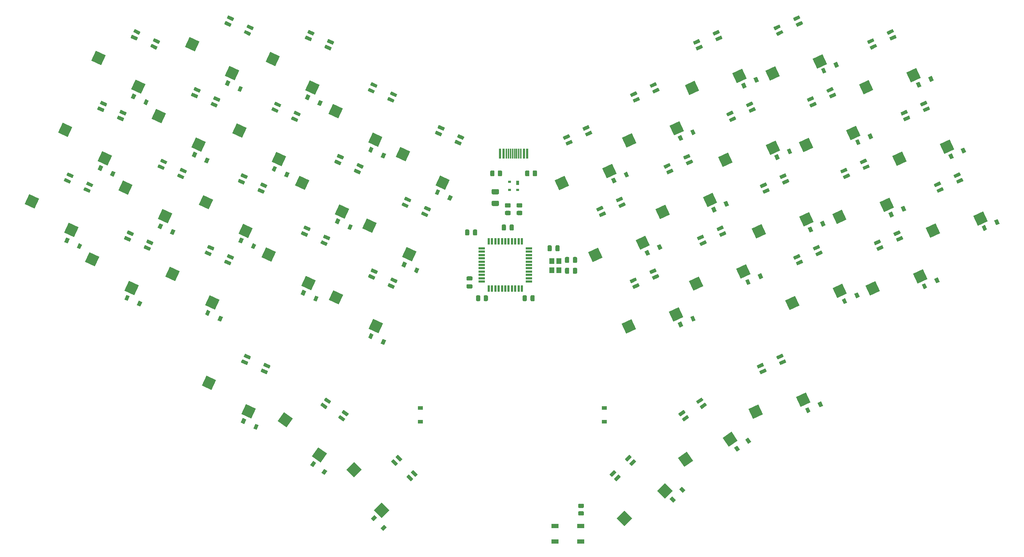
<source format=gbr>
%TF.GenerationSoftware,KiCad,Pcbnew,(5.1.10)-1*%
%TF.CreationDate,2021-08-07T23:48:32-07:00*%
%TF.ProjectId,barobord,6261726f-626f-4726-942e-6b696361645f,rev?*%
%TF.SameCoordinates,Original*%
%TF.FileFunction,Paste,Bot*%
%TF.FilePolarity,Positive*%
%FSLAX46Y46*%
G04 Gerber Fmt 4.6, Leading zero omitted, Abs format (unit mm)*
G04 Created by KiCad (PCBNEW (5.1.10)-1) date 2021-08-07 23:48:32*
%MOMM*%
%LPD*%
G01*
G04 APERTURE LIST*
%ADD10C,0.100000*%
%ADD11R,1.200000X0.900000*%
%ADD12R,1.200000X1.400000*%
%ADD13R,0.600000X2.450000*%
%ADD14R,0.300000X2.450000*%
%ADD15R,0.700000X1.000000*%
%ADD16R,0.700000X0.600000*%
%ADD17R,0.550000X1.500000*%
%ADD18R,1.500000X0.550000*%
%ADD19R,1.800000X1.100000*%
G04 APERTURE END LIST*
D10*
%TO.C,SW40*%
G36*
X242914577Y-91342210D02*
G01*
X241815769Y-88985810D01*
X244172169Y-87887002D01*
X245270977Y-90243402D01*
X242914577Y-91342210D01*
G37*
G36*
X231516962Y-94229573D02*
G01*
X230418154Y-91873173D01*
X232774554Y-90774365D01*
X233873362Y-93130765D01*
X231516962Y-94229573D01*
G37*
%TD*%
%TO.C,SW39*%
G36*
X223581639Y-94840418D02*
G01*
X222482831Y-92484018D01*
X224839231Y-91385210D01*
X225938039Y-93741610D01*
X223581639Y-94840418D01*
G37*
G36*
X212184024Y-97727781D02*
G01*
X211085216Y-95371381D01*
X213441616Y-94272573D01*
X214540424Y-96628973D01*
X212184024Y-97727781D01*
G37*
%TD*%
%TO.C,SW38*%
G36*
X214814156Y-120996321D02*
G01*
X213715348Y-118639921D01*
X216071748Y-117541113D01*
X217170556Y-119897513D01*
X214814156Y-120996321D01*
G37*
G36*
X203416541Y-123883684D02*
G01*
X202317733Y-121527284D01*
X204674133Y-120428476D01*
X205772941Y-122784876D01*
X203416541Y-123883684D01*
G37*
%TD*%
%TO.C,SW37*%
G36*
X197549937Y-130566298D02*
G01*
X196058638Y-128436503D01*
X198188433Y-126945204D01*
X199679732Y-129074999D01*
X197549937Y-130566298D01*
G37*
G36*
X186826862Y-135388971D02*
G01*
X185335563Y-133259176D01*
X187465358Y-131767877D01*
X188956657Y-133897672D01*
X186826862Y-135388971D01*
G37*
%TD*%
%TO.C,SW36*%
G36*
X182209810Y-142988788D02*
G01*
X180371332Y-141150310D01*
X182209810Y-139311832D01*
X184048288Y-141150310D01*
X182209810Y-142988788D01*
G37*
G36*
X172487092Y-149600236D02*
G01*
X170648614Y-147761758D01*
X172487092Y-145923280D01*
X174325570Y-147761758D01*
X172487092Y-149600236D01*
G37*
%TD*%
%TO.C,SW35*%
G36*
X112283261Y-145781859D02*
G01*
X114121739Y-143943381D01*
X115960217Y-145781859D01*
X114121739Y-147620337D01*
X112283261Y-145781859D01*
G37*
G36*
X105671813Y-136059141D02*
G01*
X107510291Y-134220663D01*
X109348769Y-136059141D01*
X107510291Y-137897619D01*
X105671813Y-136059141D01*
G37*
%TD*%
%TO.C,SW34*%
G36*
X97385714Y-132831924D02*
G01*
X98877013Y-130702129D01*
X101006808Y-132193428D01*
X99515509Y-134323223D01*
X97385714Y-132831924D01*
G37*
G36*
X89186376Y-124404982D02*
G01*
X90677675Y-122275187D01*
X92807470Y-123766486D01*
X91316171Y-125896281D01*
X89186376Y-124404982D01*
G37*
%TD*%
%TO.C,SW33*%
G36*
X80465760Y-122665662D02*
G01*
X81564568Y-120309262D01*
X83920968Y-121408070D01*
X82822160Y-123764470D01*
X80465760Y-122665662D01*
G37*
G36*
X70927666Y-115790544D02*
G01*
X72026474Y-113434144D01*
X74382874Y-114532952D01*
X73284066Y-116889352D01*
X70927666Y-115790544D01*
G37*
%TD*%
%TO.C,SW32*%
G36*
X71698277Y-96509759D02*
G01*
X72797085Y-94153359D01*
X75153485Y-95252167D01*
X74054677Y-97608567D01*
X71698277Y-96509759D01*
G37*
G36*
X62160183Y-89634641D02*
G01*
X63258991Y-87278241D01*
X65615391Y-88377049D01*
X64516583Y-90733449D01*
X62160183Y-89634641D01*
G37*
%TD*%
%TO.C,SW31*%
G36*
X52365339Y-93011551D02*
G01*
X53464147Y-90655151D01*
X55820547Y-91753959D01*
X54721739Y-94110359D01*
X52365339Y-93011551D01*
G37*
G36*
X42827245Y-86136433D02*
G01*
X43926053Y-83780033D01*
X46282453Y-84878841D01*
X45183645Y-87235241D01*
X42827245Y-86136433D01*
G37*
%TD*%
%TO.C,SW30*%
G36*
X257387405Y-77421463D02*
G01*
X256288597Y-75065063D01*
X258644997Y-73966255D01*
X259743805Y-76322655D01*
X257387405Y-77421463D01*
G37*
G36*
X245989790Y-80308826D02*
G01*
X244890982Y-77952426D01*
X247247382Y-76853618D01*
X248346190Y-79210018D01*
X245989790Y-80308826D01*
G37*
%TD*%
%TO.C,SW29*%
G36*
X234884830Y-74122363D02*
G01*
X233786022Y-71765963D01*
X236142422Y-70667155D01*
X237241230Y-73023555D01*
X234884830Y-74122363D01*
G37*
G36*
X223487215Y-77009726D02*
G01*
X222388407Y-74653326D01*
X224744807Y-73554518D01*
X225843615Y-75910918D01*
X223487215Y-77009726D01*
G37*
%TD*%
%TO.C,SW28*%
G36*
X215551892Y-77620571D02*
G01*
X214453084Y-75264171D01*
X216809484Y-74165363D01*
X217908292Y-76521763D01*
X215551892Y-77620571D01*
G37*
G36*
X204154277Y-80507934D02*
G01*
X203055469Y-78151534D01*
X205411869Y-77052726D01*
X206510677Y-79409126D01*
X204154277Y-80507934D01*
G37*
%TD*%
%TO.C,SW27*%
G36*
X200445136Y-90181857D02*
G01*
X199346328Y-87825457D01*
X201702728Y-86726649D01*
X202801536Y-89083049D01*
X200445136Y-90181857D01*
G37*
G36*
X189047521Y-93069220D02*
G01*
X187948713Y-90712820D01*
X190305113Y-89614012D01*
X191403921Y-91970412D01*
X189047521Y-93069220D01*
G37*
%TD*%
%TO.C,SW26*%
G36*
X184281834Y-100477373D02*
G01*
X183183026Y-98120973D01*
X185539426Y-97022165D01*
X186638234Y-99378565D01*
X184281834Y-100477373D01*
G37*
G36*
X172884219Y-103364736D02*
G01*
X171785411Y-101008336D01*
X174141811Y-99909528D01*
X175240619Y-102265928D01*
X172884219Y-103364736D01*
G37*
%TD*%
%TO.C,SW25*%
G36*
X110998082Y-102146714D02*
G01*
X112096890Y-99790314D01*
X114453290Y-100889122D01*
X113354482Y-103245522D01*
X110998082Y-102146714D01*
G37*
G36*
X101459988Y-95271596D02*
G01*
X102558796Y-92915196D01*
X104915196Y-94014004D01*
X103816388Y-96370404D01*
X101459988Y-95271596D01*
G37*
%TD*%
%TO.C,SW24*%
G36*
X94834780Y-91851198D02*
G01*
X95933588Y-89494798D01*
X98289988Y-90593606D01*
X97191180Y-92950006D01*
X94834780Y-91851198D01*
G37*
G36*
X85296686Y-84976080D02*
G01*
X86395494Y-82619680D01*
X88751894Y-83718488D01*
X87653086Y-86074888D01*
X85296686Y-84976080D01*
G37*
%TD*%
%TO.C,SW23*%
G36*
X79728024Y-79289912D02*
G01*
X80826832Y-76933512D01*
X83183232Y-78032320D01*
X82084424Y-80388720D01*
X79728024Y-79289912D01*
G37*
G36*
X70189930Y-72414794D02*
G01*
X71288738Y-70058394D01*
X73645138Y-71157202D01*
X72546330Y-73513602D01*
X70189930Y-72414794D01*
G37*
%TD*%
%TO.C,SW22*%
G36*
X60395086Y-75791704D02*
G01*
X61493894Y-73435304D01*
X63850294Y-74534112D01*
X62751486Y-76890512D01*
X60395086Y-75791704D01*
G37*
G36*
X50856992Y-68916586D02*
G01*
X51955800Y-66560186D01*
X54312200Y-67658994D01*
X53213392Y-70015394D01*
X50856992Y-68916586D01*
G37*
%TD*%
%TO.C,SW21*%
G36*
X37892511Y-79090804D02*
G01*
X38991319Y-76734404D01*
X41347719Y-77833212D01*
X40248911Y-80189612D01*
X37892511Y-79090804D01*
G37*
G36*
X28354417Y-72215686D02*
G01*
X29453225Y-69859286D01*
X31809625Y-70958094D01*
X30710817Y-73314494D01*
X28354417Y-72215686D01*
G37*
%TD*%
%TO.C,SW20*%
G36*
X249357658Y-60201616D02*
G01*
X248258850Y-57845216D01*
X250615250Y-56746408D01*
X251714058Y-59102808D01*
X249357658Y-60201616D01*
G37*
G36*
X237960043Y-63088979D02*
G01*
X236861235Y-60732579D01*
X239217635Y-59633771D01*
X240316443Y-61990171D01*
X237960043Y-63088979D01*
G37*
%TD*%
%TO.C,SW19*%
G36*
X226855083Y-56902516D02*
G01*
X225756275Y-54546116D01*
X228112675Y-53447308D01*
X229211483Y-55803708D01*
X226855083Y-56902516D01*
G37*
G36*
X215457468Y-59789879D02*
G01*
X214358660Y-57433479D01*
X216715060Y-56334671D01*
X217813868Y-58691071D01*
X215457468Y-59789879D01*
G37*
%TD*%
%TO.C,SW18*%
G36*
X207522145Y-60400724D02*
G01*
X206423337Y-58044324D01*
X208779737Y-56945516D01*
X209878545Y-59301916D01*
X207522145Y-60400724D01*
G37*
G36*
X196124530Y-63288087D02*
G01*
X195025722Y-60931687D01*
X197382122Y-59832879D01*
X198480930Y-62189279D01*
X196124530Y-63288087D01*
G37*
%TD*%
%TO.C,SW17*%
G36*
X192415389Y-72962009D02*
G01*
X191316581Y-70605609D01*
X193672981Y-69506801D01*
X194771789Y-71863201D01*
X192415389Y-72962009D01*
G37*
G36*
X181017774Y-75849372D02*
G01*
X179918966Y-73492972D01*
X182275366Y-72394164D01*
X183374174Y-74750564D01*
X181017774Y-75849372D01*
G37*
%TD*%
%TO.C,SW16*%
G36*
X176252088Y-83257526D02*
G01*
X175153280Y-80901126D01*
X177509680Y-79802318D01*
X178608488Y-82158718D01*
X176252088Y-83257526D01*
G37*
G36*
X164854473Y-86144889D02*
G01*
X163755665Y-83788489D01*
X166112065Y-82689681D01*
X167210873Y-85046081D01*
X164854473Y-86144889D01*
G37*
%TD*%
%TO.C,SW15*%
G36*
X119027828Y-84926867D02*
G01*
X120126636Y-82570467D01*
X122483036Y-83669275D01*
X121384228Y-86025675D01*
X119027828Y-84926867D01*
G37*
G36*
X109489734Y-78051749D02*
G01*
X110588542Y-75695349D01*
X112944942Y-76794157D01*
X111846134Y-79150557D01*
X109489734Y-78051749D01*
G37*
%TD*%
%TO.C,SW14*%
G36*
X102864527Y-74631350D02*
G01*
X103963335Y-72274950D01*
X106319735Y-73373758D01*
X105220927Y-75730158D01*
X102864527Y-74631350D01*
G37*
G36*
X93326433Y-67756232D02*
G01*
X94425241Y-65399832D01*
X96781641Y-66498640D01*
X95682833Y-68855040D01*
X93326433Y-67756232D01*
G37*
%TD*%
%TO.C,SW13*%
G36*
X87757771Y-62070065D02*
G01*
X88856579Y-59713665D01*
X91212979Y-60812473D01*
X90114171Y-63168873D01*
X87757771Y-62070065D01*
G37*
G36*
X78219677Y-55194947D02*
G01*
X79318485Y-52838547D01*
X81674885Y-53937355D01*
X80576077Y-56293755D01*
X78219677Y-55194947D01*
G37*
%TD*%
%TO.C,SW12*%
G36*
X68424833Y-58571857D02*
G01*
X69523641Y-56215457D01*
X71880041Y-57314265D01*
X70781233Y-59670665D01*
X68424833Y-58571857D01*
G37*
G36*
X58886739Y-51696739D02*
G01*
X59985547Y-49340339D01*
X62341947Y-50439147D01*
X61243139Y-52795547D01*
X58886739Y-51696739D01*
G37*
%TD*%
%TO.C,SW11*%
G36*
X45922258Y-61870957D02*
G01*
X47021066Y-59514557D01*
X49377466Y-60613365D01*
X48278658Y-62969765D01*
X45922258Y-61870957D01*
G37*
G36*
X36384164Y-54995839D02*
G01*
X37482972Y-52639439D01*
X39839372Y-53738247D01*
X38740564Y-56094647D01*
X36384164Y-54995839D01*
G37*
%TD*%
%TO.C,SW10*%
G36*
X241327911Y-42981769D02*
G01*
X240229103Y-40625369D01*
X242585503Y-39526561D01*
X243684311Y-41882961D01*
X241327911Y-42981769D01*
G37*
G36*
X229930296Y-45869132D02*
G01*
X228831488Y-43512732D01*
X231187888Y-42413924D01*
X232286696Y-44770324D01*
X229930296Y-45869132D01*
G37*
%TD*%
%TO.C,SW9*%
G36*
X218825336Y-39682669D02*
G01*
X217726528Y-37326269D01*
X220082928Y-36227461D01*
X221181736Y-38583861D01*
X218825336Y-39682669D01*
G37*
G36*
X207427721Y-42570032D02*
G01*
X206328913Y-40213632D01*
X208685313Y-39114824D01*
X209784121Y-41471224D01*
X207427721Y-42570032D01*
G37*
%TD*%
%TO.C,SW8*%
G36*
X199492398Y-43180877D02*
G01*
X198393590Y-40824477D01*
X200749990Y-39725669D01*
X201848798Y-42082069D01*
X199492398Y-43180877D01*
G37*
G36*
X188094783Y-46068240D02*
G01*
X186995975Y-43711840D01*
X189352375Y-42613032D01*
X190451183Y-44969432D01*
X188094783Y-46068240D01*
G37*
%TD*%
%TO.C,SW7*%
G36*
X184385642Y-55742162D02*
G01*
X183286834Y-53385762D01*
X185643234Y-52286954D01*
X186742042Y-54643354D01*
X184385642Y-55742162D01*
G37*
G36*
X172988027Y-58629525D02*
G01*
X171889219Y-56273125D01*
X174245619Y-55174317D01*
X175344427Y-57530717D01*
X172988027Y-58629525D01*
G37*
%TD*%
%TO.C,SW6*%
G36*
X156824726Y-68925042D02*
G01*
X155725918Y-66568642D01*
X158082318Y-65469834D01*
X159181126Y-67826234D01*
X156824726Y-68925042D01*
G37*
G36*
X168222341Y-66037679D02*
G01*
X167123533Y-63681279D01*
X169479933Y-62582471D01*
X170578741Y-64938871D01*
X168222341Y-66037679D01*
G37*
%TD*%
%TO.C,SW5*%
G36*
X127057575Y-67707020D02*
G01*
X128156383Y-65350620D01*
X130512783Y-66449428D01*
X129413975Y-68805828D01*
X127057575Y-67707020D01*
G37*
G36*
X117519481Y-60831902D02*
G01*
X118618289Y-58475502D01*
X120974689Y-59574310D01*
X119875881Y-61930710D01*
X117519481Y-60831902D01*
G37*
%TD*%
%TO.C,SW4*%
G36*
X110894274Y-57411503D02*
G01*
X111993082Y-55055103D01*
X114349482Y-56153911D01*
X113250674Y-58510311D01*
X110894274Y-57411503D01*
G37*
G36*
X101356180Y-50536385D02*
G01*
X102454988Y-48179985D01*
X104811388Y-49278793D01*
X103712580Y-51635193D01*
X101356180Y-50536385D01*
G37*
%TD*%
%TO.C,SW3*%
G36*
X95787518Y-44850218D02*
G01*
X96886326Y-42493818D01*
X99242726Y-43592626D01*
X98143918Y-45949026D01*
X95787518Y-44850218D01*
G37*
G36*
X86249424Y-37975100D02*
G01*
X87348232Y-35618700D01*
X89704632Y-36717508D01*
X88605824Y-39073908D01*
X86249424Y-37975100D01*
G37*
%TD*%
%TO.C,SW2*%
G36*
X76454580Y-41352010D02*
G01*
X77553388Y-38995610D01*
X79909788Y-40094418D01*
X78810980Y-42450818D01*
X76454580Y-41352010D01*
G37*
G36*
X66916486Y-34476892D02*
G01*
X68015294Y-32120492D01*
X70371694Y-33219300D01*
X69272886Y-35575700D01*
X66916486Y-34476892D01*
G37*
%TD*%
%TO.C,SW1*%
G36*
X53952005Y-44651110D02*
G01*
X55050813Y-42294710D01*
X57407213Y-43393518D01*
X56308405Y-45749918D01*
X53952005Y-44651110D01*
G37*
G36*
X44413911Y-37775992D02*
G01*
X45512719Y-35419592D01*
X47869119Y-36518400D01*
X46770311Y-38874800D01*
X44413911Y-37775992D01*
G37*
%TD*%
%TO.C,D59*%
G36*
G01*
X101493458Y-120240985D02*
X100317156Y-119417329D01*
G75*
G02*
X100297019Y-119303126I47033J67170D01*
G01*
X100673285Y-118765762D01*
G75*
G02*
X100787488Y-118745625I67170J-47033D01*
G01*
X101963790Y-119569281D01*
G75*
G02*
X101983927Y-119683484I-47033J-67170D01*
G01*
X101607661Y-120220848D01*
G75*
G02*
X101493458Y-120240985I-67170J47033D01*
G01*
G37*
G36*
G01*
X100633093Y-121469713D02*
X99456791Y-120646057D01*
G75*
G02*
X99436654Y-120531854I47033J67170D01*
G01*
X99812920Y-119994490D01*
G75*
G02*
X99927123Y-119974353I67170J-47033D01*
G01*
X101103425Y-120798009D01*
G75*
G02*
X101123562Y-120912212I-47033J-67170D01*
G01*
X100747296Y-121449576D01*
G75*
G02*
X100633093Y-121469713I-67170J47033D01*
G01*
G37*
G36*
G01*
X105753048Y-123223582D02*
X104576746Y-122399926D01*
G75*
G02*
X104556609Y-122285723I47033J67170D01*
G01*
X104932875Y-121748359D01*
G75*
G02*
X105047078Y-121728222I67170J-47033D01*
G01*
X106223380Y-122551878D01*
G75*
G02*
X106243517Y-122666081I-47033J-67170D01*
G01*
X105867251Y-123203445D01*
G75*
G02*
X105753048Y-123223582I-67170J47033D01*
G01*
G37*
G36*
G01*
X104892684Y-124452310D02*
X103716382Y-123628654D01*
G75*
G02*
X103696245Y-123514451I47033J67170D01*
G01*
X104072511Y-122977087D01*
G75*
G02*
X104186714Y-122956950I67170J-47033D01*
G01*
X105363016Y-123780606D01*
G75*
G02*
X105383153Y-123894809I-47033J-67170D01*
G01*
X105006887Y-124432173D01*
G75*
G02*
X104892684Y-124452310I-67170J47033D01*
G01*
G37*
%TD*%
D11*
%TO.C,D82*%
X167652593Y-121208404D03*
X167652593Y-124508404D03*
%TD*%
%TO.C,D81*%
X123452593Y-121208404D03*
X123452593Y-124508404D03*
%TD*%
%TO.C,D56*%
G36*
G01*
X120886772Y-71813910D02*
X119585314Y-71207030D01*
G75*
G02*
X119545652Y-71098058I34655J74317D01*
G01*
X119822890Y-70503520D01*
G75*
G02*
X119931862Y-70463858I74317J-34655D01*
G01*
X121233320Y-71070738D01*
G75*
G02*
X121272982Y-71179710I-34655J-74317D01*
G01*
X120995744Y-71774248D01*
G75*
G02*
X120886772Y-71813910I-74317J34655D01*
G01*
G37*
G36*
G01*
X120252844Y-73173372D02*
X118951386Y-72566492D01*
G75*
G02*
X118911724Y-72457520I34655J74317D01*
G01*
X119188962Y-71862982D01*
G75*
G02*
X119297934Y-71823320I74317J-34655D01*
G01*
X120599392Y-72430200D01*
G75*
G02*
X120639054Y-72539172I-34655J-74317D01*
G01*
X120361816Y-73133710D01*
G75*
G02*
X120252844Y-73173372I-74317J34655D01*
G01*
G37*
G36*
G01*
X125599572Y-74011525D02*
X124298114Y-73404645D01*
G75*
G02*
X124258452Y-73295673I34655J74317D01*
G01*
X124535690Y-72701135D01*
G75*
G02*
X124644662Y-72661473I74317J-34655D01*
G01*
X125946120Y-73268353D01*
G75*
G02*
X125985782Y-73377325I-34655J-74317D01*
G01*
X125708544Y-73971863D01*
G75*
G02*
X125599572Y-74011525I-74317J34655D01*
G01*
G37*
G36*
G01*
X124965645Y-75370987D02*
X123664187Y-74764107D01*
G75*
G02*
X123624525Y-74655135I34655J74317D01*
G01*
X123901763Y-74060597D01*
G75*
G02*
X124010735Y-74020935I74317J-34655D01*
G01*
X125312193Y-74627815D01*
G75*
G02*
X125351855Y-74736787I-34655J-74317D01*
G01*
X125074617Y-75331325D01*
G75*
G02*
X124965645Y-75370987I-74317J34655D01*
G01*
G37*
%TD*%
%TO.C,D57*%
G36*
G01*
X112857026Y-89033757D02*
X111555568Y-88426877D01*
G75*
G02*
X111515906Y-88317905I34655J74317D01*
G01*
X111793144Y-87723367D01*
G75*
G02*
X111902116Y-87683705I74317J-34655D01*
G01*
X113203574Y-88290585D01*
G75*
G02*
X113243236Y-88399557I-34655J-74317D01*
G01*
X112965998Y-88994095D01*
G75*
G02*
X112857026Y-89033757I-74317J34655D01*
G01*
G37*
G36*
G01*
X112223098Y-90393219D02*
X110921640Y-89786339D01*
G75*
G02*
X110881978Y-89677367I34655J74317D01*
G01*
X111159216Y-89082829D01*
G75*
G02*
X111268188Y-89043167I74317J-34655D01*
G01*
X112569646Y-89650047D01*
G75*
G02*
X112609308Y-89759019I-34655J-74317D01*
G01*
X112332070Y-90353557D01*
G75*
G02*
X112223098Y-90393219I-74317J34655D01*
G01*
G37*
G36*
G01*
X117569826Y-91231372D02*
X116268368Y-90624492D01*
G75*
G02*
X116228706Y-90515520I34655J74317D01*
G01*
X116505944Y-89920982D01*
G75*
G02*
X116614916Y-89881320I74317J-34655D01*
G01*
X117916374Y-90488200D01*
G75*
G02*
X117956036Y-90597172I-34655J-74317D01*
G01*
X117678798Y-91191710D01*
G75*
G02*
X117569826Y-91231372I-74317J34655D01*
G01*
G37*
G36*
G01*
X116935899Y-92590834D02*
X115634441Y-91983954D01*
G75*
G02*
X115594779Y-91874982I34655J74317D01*
G01*
X115872017Y-91280444D01*
G75*
G02*
X115980989Y-91240782I74317J-34655D01*
G01*
X117282447Y-91847662D01*
G75*
G02*
X117322109Y-91956634I-34655J-74317D01*
G01*
X117044871Y-92551172D01*
G75*
G02*
X116935899Y-92590834I-74317J34655D01*
G01*
G37*
%TD*%
%TO.C,D45*%
G36*
G01*
X62254030Y-62678747D02*
X60952572Y-62071867D01*
G75*
G02*
X60912910Y-61962895I34655J74317D01*
G01*
X61190148Y-61368357D01*
G75*
G02*
X61299120Y-61328695I74317J-34655D01*
G01*
X62600578Y-61935575D01*
G75*
G02*
X62640240Y-62044547I-34655J-74317D01*
G01*
X62363002Y-62639085D01*
G75*
G02*
X62254030Y-62678747I-74317J34655D01*
G01*
G37*
G36*
G01*
X61620102Y-64038209D02*
X60318644Y-63431329D01*
G75*
G02*
X60278982Y-63322357I34655J74317D01*
G01*
X60556220Y-62727819D01*
G75*
G02*
X60665192Y-62688157I74317J-34655D01*
G01*
X61966650Y-63295037D01*
G75*
G02*
X62006312Y-63404009I-34655J-74317D01*
G01*
X61729074Y-63998547D01*
G75*
G02*
X61620102Y-64038209I-74317J34655D01*
G01*
G37*
G36*
G01*
X66966830Y-64876362D02*
X65665372Y-64269482D01*
G75*
G02*
X65625710Y-64160510I34655J74317D01*
G01*
X65902948Y-63565972D01*
G75*
G02*
X66011920Y-63526310I74317J-34655D01*
G01*
X67313378Y-64133190D01*
G75*
G02*
X67353040Y-64242162I-34655J-74317D01*
G01*
X67075802Y-64836700D01*
G75*
G02*
X66966830Y-64876362I-74317J34655D01*
G01*
G37*
G36*
G01*
X66332903Y-66235824D02*
X65031445Y-65628944D01*
G75*
G02*
X64991783Y-65519972I34655J74317D01*
G01*
X65269021Y-64925434D01*
G75*
G02*
X65377993Y-64885772I74317J-34655D01*
G01*
X66679451Y-65492652D01*
G75*
G02*
X66719113Y-65601624I-34655J-74317D01*
G01*
X66441875Y-66196162D01*
G75*
G02*
X66332903Y-66235824I-74317J34655D01*
G01*
G37*
%TD*%
%TO.C,D65*%
G36*
G01*
X167401886Y-73404645D02*
X166100428Y-74011525D01*
G75*
G02*
X165991456Y-73971863I-34655J74317D01*
G01*
X165714218Y-73377325D01*
G75*
G02*
X165753880Y-73268353I74317J34655D01*
G01*
X167055338Y-72661473D01*
G75*
G02*
X167164310Y-72701135I34655J-74317D01*
G01*
X167441548Y-73295673D01*
G75*
G02*
X167401886Y-73404645I-74317J-34655D01*
G01*
G37*
G36*
G01*
X168035813Y-74764107D02*
X166734355Y-75370987D01*
G75*
G02*
X166625383Y-75331325I-34655J74317D01*
G01*
X166348145Y-74736787D01*
G75*
G02*
X166387807Y-74627815I74317J34655D01*
G01*
X167689265Y-74020935D01*
G75*
G02*
X167798237Y-74060597I34655J-74317D01*
G01*
X168075475Y-74655135D01*
G75*
G02*
X168035813Y-74764107I-74317J-34655D01*
G01*
G37*
G36*
G01*
X172114686Y-71207030D02*
X170813228Y-71813910D01*
G75*
G02*
X170704256Y-71774248I-34655J74317D01*
G01*
X170427018Y-71179710D01*
G75*
G02*
X170466680Y-71070738I74317J34655D01*
G01*
X171768138Y-70463858D01*
G75*
G02*
X171877110Y-70503520I34655J-74317D01*
G01*
X172154348Y-71098058D01*
G75*
G02*
X172114686Y-71207030I-74317J-34655D01*
G01*
G37*
G36*
G01*
X172748614Y-72566492D02*
X171447156Y-73173372D01*
G75*
G02*
X171338184Y-73133710I-34655J74317D01*
G01*
X171060946Y-72539172D01*
G75*
G02*
X171100608Y-72430200I74317J34655D01*
G01*
X172402066Y-71823320D01*
G75*
G02*
X172511038Y-71862982I34655J-74317D01*
G01*
X172788276Y-72457520D01*
G75*
G02*
X172748614Y-72566492I-74317J-34655D01*
G01*
G37*
%TD*%
%TO.C,D53*%
G36*
G01*
X104723471Y-61518393D02*
X103422013Y-60911513D01*
G75*
G02*
X103382351Y-60802541I34655J74317D01*
G01*
X103659589Y-60208003D01*
G75*
G02*
X103768561Y-60168341I74317J-34655D01*
G01*
X105070019Y-60775221D01*
G75*
G02*
X105109681Y-60884193I-34655J-74317D01*
G01*
X104832443Y-61478731D01*
G75*
G02*
X104723471Y-61518393I-74317J34655D01*
G01*
G37*
G36*
G01*
X104089543Y-62877855D02*
X102788085Y-62270975D01*
G75*
G02*
X102748423Y-62162003I34655J74317D01*
G01*
X103025661Y-61567465D01*
G75*
G02*
X103134633Y-61527803I74317J-34655D01*
G01*
X104436091Y-62134683D01*
G75*
G02*
X104475753Y-62243655I-34655J-74317D01*
G01*
X104198515Y-62838193D01*
G75*
G02*
X104089543Y-62877855I-74317J34655D01*
G01*
G37*
G36*
G01*
X109436271Y-63716008D02*
X108134813Y-63109128D01*
G75*
G02*
X108095151Y-63000156I34655J74317D01*
G01*
X108372389Y-62405618D01*
G75*
G02*
X108481361Y-62365956I74317J-34655D01*
G01*
X109782819Y-62972836D01*
G75*
G02*
X109822481Y-63081808I-34655J-74317D01*
G01*
X109545243Y-63676346D01*
G75*
G02*
X109436271Y-63716008I-74317J34655D01*
G01*
G37*
G36*
G01*
X108802344Y-65075470D02*
X107500886Y-64468590D01*
G75*
G02*
X107461224Y-64359618I34655J74317D01*
G01*
X107738462Y-63765080D01*
G75*
G02*
X107847434Y-63725418I74317J-34655D01*
G01*
X109148892Y-64332298D01*
G75*
G02*
X109188554Y-64441270I-34655J-74317D01*
G01*
X108911316Y-65035808D01*
G75*
G02*
X108802344Y-65075470I-74317J34655D01*
G01*
G37*
%TD*%
%TO.C,D52*%
G36*
G01*
X96693724Y-78738241D02*
X95392266Y-78131361D01*
G75*
G02*
X95352604Y-78022389I34655J74317D01*
G01*
X95629842Y-77427851D01*
G75*
G02*
X95738814Y-77388189I74317J-34655D01*
G01*
X97040272Y-77995069D01*
G75*
G02*
X97079934Y-78104041I-34655J-74317D01*
G01*
X96802696Y-78698579D01*
G75*
G02*
X96693724Y-78738241I-74317J34655D01*
G01*
G37*
G36*
G01*
X96059796Y-80097703D02*
X94758338Y-79490823D01*
G75*
G02*
X94718676Y-79381851I34655J74317D01*
G01*
X94995914Y-78787313D01*
G75*
G02*
X95104886Y-78747651I74317J-34655D01*
G01*
X96406344Y-79354531D01*
G75*
G02*
X96446006Y-79463503I-34655J-74317D01*
G01*
X96168768Y-80058041D01*
G75*
G02*
X96059796Y-80097703I-74317J34655D01*
G01*
G37*
G36*
G01*
X101406524Y-80935856D02*
X100105066Y-80328976D01*
G75*
G02*
X100065404Y-80220004I34655J74317D01*
G01*
X100342642Y-79625466D01*
G75*
G02*
X100451614Y-79585804I74317J-34655D01*
G01*
X101753072Y-80192684D01*
G75*
G02*
X101792734Y-80301656I-34655J-74317D01*
G01*
X101515496Y-80896194D01*
G75*
G02*
X101406524Y-80935856I-74317J34655D01*
G01*
G37*
G36*
G01*
X100772597Y-82295318D02*
X99471139Y-81688438D01*
G75*
G02*
X99431477Y-81579466I34655J74317D01*
G01*
X99708715Y-80984928D01*
G75*
G02*
X99817687Y-80945266I74317J-34655D01*
G01*
X101119145Y-81552146D01*
G75*
G02*
X101158807Y-81661118I-34655J-74317D01*
G01*
X100881569Y-82255656D01*
G75*
G02*
X100772597Y-82295318I-74317J34655D01*
G01*
G37*
%TD*%
%TO.C,D54*%
G36*
G01*
X112753218Y-44298546D02*
X111451760Y-43691666D01*
G75*
G02*
X111412098Y-43582694I34655J74317D01*
G01*
X111689336Y-42988156D01*
G75*
G02*
X111798308Y-42948494I74317J-34655D01*
G01*
X113099766Y-43555374D01*
G75*
G02*
X113139428Y-43664346I-34655J-74317D01*
G01*
X112862190Y-44258884D01*
G75*
G02*
X112753218Y-44298546I-74317J34655D01*
G01*
G37*
G36*
G01*
X112119290Y-45658008D02*
X110817832Y-45051128D01*
G75*
G02*
X110778170Y-44942156I34655J74317D01*
G01*
X111055408Y-44347618D01*
G75*
G02*
X111164380Y-44307956I74317J-34655D01*
G01*
X112465838Y-44914836D01*
G75*
G02*
X112505500Y-45023808I-34655J-74317D01*
G01*
X112228262Y-45618346D01*
G75*
G02*
X112119290Y-45658008I-74317J34655D01*
G01*
G37*
G36*
G01*
X117466018Y-46496161D02*
X116164560Y-45889281D01*
G75*
G02*
X116124898Y-45780309I34655J74317D01*
G01*
X116402136Y-45185771D01*
G75*
G02*
X116511108Y-45146109I74317J-34655D01*
G01*
X117812566Y-45752989D01*
G75*
G02*
X117852228Y-45861961I-34655J-74317D01*
G01*
X117574990Y-46456499D01*
G75*
G02*
X117466018Y-46496161I-74317J34655D01*
G01*
G37*
G36*
G01*
X116832091Y-47855623D02*
X115530633Y-47248743D01*
G75*
G02*
X115490971Y-47139771I34655J74317D01*
G01*
X115768209Y-46545233D01*
G75*
G02*
X115877181Y-46505571I74317J-34655D01*
G01*
X117178639Y-47112451D01*
G75*
G02*
X117218301Y-47221423I-34655J-74317D01*
G01*
X116941063Y-47815961D01*
G75*
G02*
X116832091Y-47855623I-74317J34655D01*
G01*
G37*
%TD*%
D12*
%TO.C,Y1*%
X155052593Y-88108404D03*
X155052593Y-85908404D03*
X156752593Y-85908404D03*
X156752593Y-88108404D03*
%TD*%
D13*
%TO.C,USB1*%
X149077593Y-60103404D03*
X142627593Y-60103404D03*
X148302593Y-60103404D03*
X143402593Y-60103404D03*
D14*
X144102593Y-60103404D03*
X147602593Y-60103404D03*
X144602593Y-60103404D03*
X147102593Y-60103404D03*
X145102593Y-60103404D03*
X146602593Y-60103404D03*
X146102593Y-60103404D03*
X145602593Y-60103404D03*
%TD*%
D15*
%TO.C,U2*%
X146852593Y-67108404D03*
D16*
X144852593Y-66908404D03*
X146852593Y-68808404D03*
X144852593Y-68808404D03*
%TD*%
D17*
%TO.C,U1*%
X139852593Y-81158404D03*
X140652593Y-81158404D03*
X141452593Y-81158404D03*
X142252593Y-81158404D03*
X143052593Y-81158404D03*
X143852593Y-81158404D03*
X144652593Y-81158404D03*
X145452593Y-81158404D03*
X146252593Y-81158404D03*
X147052593Y-81158404D03*
X147852593Y-81158404D03*
D18*
X149552593Y-82858404D03*
X149552593Y-83658404D03*
X149552593Y-84458404D03*
X149552593Y-85258404D03*
X149552593Y-86058404D03*
X149552593Y-86858404D03*
X149552593Y-87658404D03*
X149552593Y-88458404D03*
X149552593Y-89258404D03*
X149552593Y-90058404D03*
X149552593Y-90858404D03*
D17*
X147852593Y-92558404D03*
X147052593Y-92558404D03*
X146252593Y-92558404D03*
X145452593Y-92558404D03*
X144652593Y-92558404D03*
X143852593Y-92558404D03*
X143052593Y-92558404D03*
X142252593Y-92558404D03*
X141452593Y-92558404D03*
X140652593Y-92558404D03*
X139852593Y-92558404D03*
D18*
X138152593Y-90858404D03*
X138152593Y-90058404D03*
X138152593Y-89258404D03*
X138152593Y-88458404D03*
X138152593Y-87658404D03*
X138152593Y-86858404D03*
X138152593Y-86058404D03*
X138152593Y-85258404D03*
X138152593Y-84458404D03*
X138152593Y-83658404D03*
X138152593Y-82858404D03*
%TD*%
D19*
%TO.C,SW41*%
X155752593Y-149608404D03*
X161952593Y-153308404D03*
X155752593Y-153308404D03*
X161952593Y-149608404D03*
%TD*%
%TO.C,R6*%
G36*
G01*
X141252593Y-64408402D02*
X141252593Y-65308406D01*
G75*
G02*
X141002595Y-65558404I-249998J0D01*
G01*
X140477591Y-65558404D01*
G75*
G02*
X140227593Y-65308406I0J249998D01*
G01*
X140227593Y-64408402D01*
G75*
G02*
X140477591Y-64158404I249998J0D01*
G01*
X141002595Y-64158404D01*
G75*
G02*
X141252593Y-64408402I0J-249998D01*
G01*
G37*
G36*
G01*
X143077593Y-64408402D02*
X143077593Y-65308406D01*
G75*
G02*
X142827595Y-65558404I-249998J0D01*
G01*
X142302591Y-65558404D01*
G75*
G02*
X142052593Y-65308406I0J249998D01*
G01*
X142052593Y-64408402D01*
G75*
G02*
X142302591Y-64158404I249998J0D01*
G01*
X142827595Y-64158404D01*
G75*
G02*
X143077593Y-64408402I0J-249998D01*
G01*
G37*
%TD*%
%TO.C,R5*%
G36*
G01*
X150452593Y-65308406D02*
X150452593Y-64408402D01*
G75*
G02*
X150702591Y-64158404I249998J0D01*
G01*
X151227595Y-64158404D01*
G75*
G02*
X151477593Y-64408402I0J-249998D01*
G01*
X151477593Y-65308406D01*
G75*
G02*
X151227595Y-65558404I-249998J0D01*
G01*
X150702591Y-65558404D01*
G75*
G02*
X150452593Y-65308406I0J249998D01*
G01*
G37*
G36*
G01*
X148627593Y-65308406D02*
X148627593Y-64408402D01*
G75*
G02*
X148877591Y-64158404I249998J0D01*
G01*
X149402595Y-64158404D01*
G75*
G02*
X149652593Y-64408402I0J-249998D01*
G01*
X149652593Y-65308406D01*
G75*
G02*
X149402595Y-65558404I-249998J0D01*
G01*
X148877591Y-65558404D01*
G75*
G02*
X148627593Y-65308406I0J249998D01*
G01*
G37*
%TD*%
%TO.C,R4*%
G36*
G01*
X161602591Y-146058404D02*
X162502595Y-146058404D01*
G75*
G02*
X162752593Y-146308402I0J-249998D01*
G01*
X162752593Y-146833406D01*
G75*
G02*
X162502595Y-147083404I-249998J0D01*
G01*
X161602591Y-147083404D01*
G75*
G02*
X161352593Y-146833406I0J249998D01*
G01*
X161352593Y-146308402D01*
G75*
G02*
X161602591Y-146058404I249998J0D01*
G01*
G37*
G36*
G01*
X161602591Y-144233404D02*
X162502595Y-144233404D01*
G75*
G02*
X162752593Y-144483402I0J-249998D01*
G01*
X162752593Y-145008406D01*
G75*
G02*
X162502595Y-145258404I-249998J0D01*
G01*
X161602591Y-145258404D01*
G75*
G02*
X161352593Y-145008406I0J249998D01*
G01*
X161352593Y-144483402D01*
G75*
G02*
X161602591Y-144233404I249998J0D01*
G01*
G37*
%TD*%
%TO.C,R3*%
G36*
G01*
X146802591Y-73858404D02*
X147702595Y-73858404D01*
G75*
G02*
X147952593Y-74108402I0J-249998D01*
G01*
X147952593Y-74633406D01*
G75*
G02*
X147702595Y-74883404I-249998J0D01*
G01*
X146802591Y-74883404D01*
G75*
G02*
X146552593Y-74633406I0J249998D01*
G01*
X146552593Y-74108402D01*
G75*
G02*
X146802591Y-73858404I249998J0D01*
G01*
G37*
G36*
G01*
X146802591Y-72033404D02*
X147702595Y-72033404D01*
G75*
G02*
X147952593Y-72283402I0J-249998D01*
G01*
X147952593Y-72808406D01*
G75*
G02*
X147702595Y-73058404I-249998J0D01*
G01*
X146802591Y-73058404D01*
G75*
G02*
X146552593Y-72808406I0J249998D01*
G01*
X146552593Y-72283402D01*
G75*
G02*
X146802591Y-72033404I249998J0D01*
G01*
G37*
%TD*%
%TO.C,R2*%
G36*
G01*
X144902595Y-73058404D02*
X144002591Y-73058404D01*
G75*
G02*
X143752593Y-72808406I0J249998D01*
G01*
X143752593Y-72283402D01*
G75*
G02*
X144002591Y-72033404I249998J0D01*
G01*
X144902595Y-72033404D01*
G75*
G02*
X145152593Y-72283402I0J-249998D01*
G01*
X145152593Y-72808406D01*
G75*
G02*
X144902595Y-73058404I-249998J0D01*
G01*
G37*
G36*
G01*
X144902595Y-74883404D02*
X144002591Y-74883404D01*
G75*
G02*
X143752593Y-74633406I0J249998D01*
G01*
X143752593Y-74108402D01*
G75*
G02*
X144002591Y-73858404I249998J0D01*
G01*
X144902595Y-73858404D01*
G75*
G02*
X145152593Y-74108402I0J-249998D01*
G01*
X145152593Y-74633406D01*
G75*
G02*
X144902595Y-74883404I-249998J0D01*
G01*
G37*
%TD*%
%TO.C,R1*%
G36*
G01*
X136827593Y-95308406D02*
X136827593Y-94408402D01*
G75*
G02*
X137077591Y-94158404I249998J0D01*
G01*
X137602595Y-94158404D01*
G75*
G02*
X137852593Y-94408402I0J-249998D01*
G01*
X137852593Y-95308406D01*
G75*
G02*
X137602595Y-95558404I-249998J0D01*
G01*
X137077591Y-95558404D01*
G75*
G02*
X136827593Y-95308406I0J249998D01*
G01*
G37*
G36*
G01*
X138652593Y-95308406D02*
X138652593Y-94408402D01*
G75*
G02*
X138902591Y-94158404I249998J0D01*
G01*
X139427595Y-94158404D01*
G75*
G02*
X139677593Y-94408402I0J-249998D01*
G01*
X139677593Y-95308406D01*
G75*
G02*
X139427595Y-95558404I-249998J0D01*
G01*
X138902591Y-95558404D01*
G75*
G02*
X138652593Y-95308406I0J249998D01*
G01*
G37*
%TD*%
%TO.C,F1*%
G36*
G01*
X142077593Y-69883404D02*
X140827593Y-69883404D01*
G75*
G02*
X140577593Y-69633404I0J250000D01*
G01*
X140577593Y-68883404D01*
G75*
G02*
X140827593Y-68633404I250000J0D01*
G01*
X142077593Y-68633404D01*
G75*
G02*
X142327593Y-68883404I0J-250000D01*
G01*
X142327593Y-69633404D01*
G75*
G02*
X142077593Y-69883404I-250000J0D01*
G01*
G37*
G36*
G01*
X142077593Y-72683404D02*
X140827593Y-72683404D01*
G75*
G02*
X140577593Y-72433404I0J250000D01*
G01*
X140577593Y-71683404D01*
G75*
G02*
X140827593Y-71433404I250000J0D01*
G01*
X142077593Y-71433404D01*
G75*
G02*
X142327593Y-71683404I0J-250000D01*
G01*
X142327593Y-72433404D01*
G75*
G02*
X142077593Y-72683404I-250000J0D01*
G01*
G37*
%TD*%
%TO.C,D77*%
G36*
G01*
X234064375Y-81489329D02*
X232762917Y-82096209D01*
G75*
G02*
X232653945Y-82056547I-34655J74317D01*
G01*
X232376707Y-81462009D01*
G75*
G02*
X232416369Y-81353037I74317J34655D01*
G01*
X233717827Y-80746157D01*
G75*
G02*
X233826799Y-80785819I34655J-74317D01*
G01*
X234104037Y-81380357D01*
G75*
G02*
X234064375Y-81489329I-74317J-34655D01*
G01*
G37*
G36*
G01*
X234698302Y-82848791D02*
X233396844Y-83455671D01*
G75*
G02*
X233287872Y-83416009I-34655J74317D01*
G01*
X233010634Y-82821471D01*
G75*
G02*
X233050296Y-82712499I74317J34655D01*
G01*
X234351754Y-82105619D01*
G75*
G02*
X234460726Y-82145281I34655J-74317D01*
G01*
X234737964Y-82739819D01*
G75*
G02*
X234698302Y-82848791I-74317J-34655D01*
G01*
G37*
G36*
G01*
X238777175Y-79291714D02*
X237475717Y-79898594D01*
G75*
G02*
X237366745Y-79858932I-34655J74317D01*
G01*
X237089507Y-79264394D01*
G75*
G02*
X237129169Y-79155422I74317J34655D01*
G01*
X238430627Y-78548542D01*
G75*
G02*
X238539599Y-78588204I34655J-74317D01*
G01*
X238816837Y-79182742D01*
G75*
G02*
X238777175Y-79291714I-74317J-34655D01*
G01*
G37*
G36*
G01*
X239411103Y-80651176D02*
X238109645Y-81258056D01*
G75*
G02*
X238000673Y-81218394I-34655J74317D01*
G01*
X237723435Y-80623856D01*
G75*
G02*
X237763097Y-80514884I74317J34655D01*
G01*
X239064555Y-79908004D01*
G75*
G02*
X239173527Y-79947666I34655J-74317D01*
G01*
X239450765Y-80542204D01*
G75*
G02*
X239411103Y-80651176I-74317J-34655D01*
G01*
G37*
%TD*%
%TO.C,D70*%
G36*
G01*
X214731437Y-84987537D02*
X213429979Y-85594417D01*
G75*
G02*
X213321007Y-85554755I-34655J74317D01*
G01*
X213043769Y-84960217D01*
G75*
G02*
X213083431Y-84851245I74317J34655D01*
G01*
X214384889Y-84244365D01*
G75*
G02*
X214493861Y-84284027I34655J-74317D01*
G01*
X214771099Y-84878565D01*
G75*
G02*
X214731437Y-84987537I-74317J-34655D01*
G01*
G37*
G36*
G01*
X215365364Y-86346999D02*
X214063906Y-86953879D01*
G75*
G02*
X213954934Y-86914217I-34655J74317D01*
G01*
X213677696Y-86319679D01*
G75*
G02*
X213717358Y-86210707I74317J34655D01*
G01*
X215018816Y-85603827D01*
G75*
G02*
X215127788Y-85643489I34655J-74317D01*
G01*
X215405026Y-86238027D01*
G75*
G02*
X215365364Y-86346999I-74317J-34655D01*
G01*
G37*
G36*
G01*
X219444237Y-82789922D02*
X218142779Y-83396802D01*
G75*
G02*
X218033807Y-83357140I-34655J74317D01*
G01*
X217756569Y-82762602D01*
G75*
G02*
X217796231Y-82653630I74317J34655D01*
G01*
X219097689Y-82046750D01*
G75*
G02*
X219206661Y-82086412I34655J-74317D01*
G01*
X219483899Y-82680950D01*
G75*
G02*
X219444237Y-82789922I-74317J-34655D01*
G01*
G37*
G36*
G01*
X220078165Y-84149384D02*
X218776707Y-84756264D01*
G75*
G02*
X218667735Y-84716602I-34655J74317D01*
G01*
X218390497Y-84122064D01*
G75*
G02*
X218430159Y-84013092I74317J34655D01*
G01*
X219731617Y-83406212D01*
G75*
G02*
X219840589Y-83445874I34655J-74317D01*
G01*
X220117827Y-84040412D01*
G75*
G02*
X220078165Y-84149384I-74317J-34655D01*
G01*
G37*
%TD*%
%TO.C,D63*%
G36*
G01*
X205963954Y-111143440D02*
X204662496Y-111750320D01*
G75*
G02*
X204553524Y-111710658I-34655J74317D01*
G01*
X204276286Y-111116120D01*
G75*
G02*
X204315948Y-111007148I74317J34655D01*
G01*
X205617406Y-110400268D01*
G75*
G02*
X205726378Y-110439930I34655J-74317D01*
G01*
X206003616Y-111034468D01*
G75*
G02*
X205963954Y-111143440I-74317J-34655D01*
G01*
G37*
G36*
G01*
X206597881Y-112502902D02*
X205296423Y-113109782D01*
G75*
G02*
X205187451Y-113070120I-34655J74317D01*
G01*
X204910213Y-112475582D01*
G75*
G02*
X204949875Y-112366610I74317J34655D01*
G01*
X206251333Y-111759730D01*
G75*
G02*
X206360305Y-111799392I34655J-74317D01*
G01*
X206637543Y-112393930D01*
G75*
G02*
X206597881Y-112502902I-74317J-34655D01*
G01*
G37*
G36*
G01*
X210676754Y-108945825D02*
X209375296Y-109552705D01*
G75*
G02*
X209266324Y-109513043I-34655J74317D01*
G01*
X208989086Y-108918505D01*
G75*
G02*
X209028748Y-108809533I74317J34655D01*
G01*
X210330206Y-108202653D01*
G75*
G02*
X210439178Y-108242315I34655J-74317D01*
G01*
X210716416Y-108836853D01*
G75*
G02*
X210676754Y-108945825I-74317J-34655D01*
G01*
G37*
G36*
G01*
X211310682Y-110305287D02*
X210009224Y-110912167D01*
G75*
G02*
X209900252Y-110872505I-34655J74317D01*
G01*
X209623014Y-110277967D01*
G75*
G02*
X209662676Y-110168995I74317J34655D01*
G01*
X210964134Y-109562115D01*
G75*
G02*
X211073106Y-109601777I34655J-74317D01*
G01*
X211350344Y-110196315D01*
G75*
G02*
X211310682Y-110305287I-74317J-34655D01*
G01*
G37*
%TD*%
%TO.C,D62*%
G36*
G01*
X187123254Y-122399926D02*
X185946952Y-123223582D01*
G75*
G02*
X185832749Y-123203445I-47033J67170D01*
G01*
X185456483Y-122666081D01*
G75*
G02*
X185476620Y-122551878I67170J47033D01*
G01*
X186652922Y-121728222D01*
G75*
G02*
X186767125Y-121748359I47033J-67170D01*
G01*
X187143391Y-122285723D01*
G75*
G02*
X187123254Y-122399926I-67170J-47033D01*
G01*
G37*
G36*
G01*
X187983618Y-123628654D02*
X186807316Y-124452310D01*
G75*
G02*
X186693113Y-124432173I-47033J67170D01*
G01*
X186316847Y-123894809D01*
G75*
G02*
X186336984Y-123780606I67170J47033D01*
G01*
X187513286Y-122956950D01*
G75*
G02*
X187627489Y-122977087I47033J-67170D01*
G01*
X188003755Y-123514451D01*
G75*
G02*
X187983618Y-123628654I-67170J-47033D01*
G01*
G37*
G36*
G01*
X191382844Y-119417329D02*
X190206542Y-120240985D01*
G75*
G02*
X190092339Y-120220848I-47033J67170D01*
G01*
X189716073Y-119683484D01*
G75*
G02*
X189736210Y-119569281I67170J47033D01*
G01*
X190912512Y-118745625D01*
G75*
G02*
X191026715Y-118765762I47033J-67170D01*
G01*
X191402981Y-119303126D01*
G75*
G02*
X191382844Y-119417329I-67170J-47033D01*
G01*
G37*
G36*
G01*
X192243209Y-120646057D02*
X191066907Y-121469713D01*
G75*
G02*
X190952704Y-121449576I-47033J67170D01*
G01*
X190576438Y-120912212D01*
G75*
G02*
X190596575Y-120798009I67170J47033D01*
G01*
X191772877Y-119974353D01*
G75*
G02*
X191887080Y-119994490I47033J-67170D01*
G01*
X192263346Y-120531854D01*
G75*
G02*
X192243209Y-120646057I-67170J-47033D01*
G01*
G37*
%TD*%
%TO.C,D61*%
G36*
G01*
X170523458Y-136757056D02*
X169508052Y-137772462D01*
G75*
G02*
X169392086Y-137772462I-57983J57983D01*
G01*
X168928224Y-137308600D01*
G75*
G02*
X168928224Y-137192634I57983J57983D01*
G01*
X169943630Y-136177228D01*
G75*
G02*
X170059596Y-136177228I57983J-57983D01*
G01*
X170523458Y-136641090D01*
G75*
G02*
X170523458Y-136757056I-57983J-57983D01*
G01*
G37*
G36*
G01*
X171584118Y-137817716D02*
X170568712Y-138833122D01*
G75*
G02*
X170452746Y-138833122I-57983J57983D01*
G01*
X169988884Y-138369260D01*
G75*
G02*
X169988884Y-138253294I57983J57983D01*
G01*
X171004290Y-137237888D01*
G75*
G02*
X171120256Y-137237888I57983J-57983D01*
G01*
X171584118Y-137701750D01*
G75*
G02*
X171584118Y-137817716I-57983J-57983D01*
G01*
G37*
G36*
G01*
X174200413Y-133080101D02*
X173185007Y-134095507D01*
G75*
G02*
X173069041Y-134095507I-57983J57983D01*
G01*
X172605179Y-133631645D01*
G75*
G02*
X172605179Y-133515679I57983J57983D01*
G01*
X173620585Y-132500273D01*
G75*
G02*
X173736551Y-132500273I57983J-57983D01*
G01*
X174200413Y-132964135D01*
G75*
G02*
X174200413Y-133080101I-57983J-57983D01*
G01*
G37*
G36*
G01*
X175261073Y-134140761D02*
X174245667Y-135156167D01*
G75*
G02*
X174129701Y-135156167I-57983J57983D01*
G01*
X173665839Y-134692305D01*
G75*
G02*
X173665839Y-134576339I57983J57983D01*
G01*
X174681245Y-133560933D01*
G75*
G02*
X174797211Y-133560933I57983J-57983D01*
G01*
X175261073Y-134024795D01*
G75*
G02*
X175261073Y-134140761I-57983J-57983D01*
G01*
G37*
%TD*%
%TO.C,D60*%
G36*
G01*
X118514993Y-134095507D02*
X117499587Y-133080101D01*
G75*
G02*
X117499587Y-132964135I57983J57983D01*
G01*
X117963449Y-132500273D01*
G75*
G02*
X118079415Y-132500273I57983J-57983D01*
G01*
X119094821Y-133515679D01*
G75*
G02*
X119094821Y-133631645I-57983J-57983D01*
G01*
X118630959Y-134095507D01*
G75*
G02*
X118514993Y-134095507I-57983J57983D01*
G01*
G37*
G36*
G01*
X117454333Y-135156167D02*
X116438927Y-134140761D01*
G75*
G02*
X116438927Y-134024795I57983J57983D01*
G01*
X116902789Y-133560933D01*
G75*
G02*
X117018755Y-133560933I57983J-57983D01*
G01*
X118034161Y-134576339D01*
G75*
G02*
X118034161Y-134692305I-57983J-57983D01*
G01*
X117570299Y-135156167D01*
G75*
G02*
X117454333Y-135156167I-57983J57983D01*
G01*
G37*
G36*
G01*
X122191948Y-137772462D02*
X121176542Y-136757056D01*
G75*
G02*
X121176542Y-136641090I57983J57983D01*
G01*
X121640404Y-136177228D01*
G75*
G02*
X121756370Y-136177228I57983J-57983D01*
G01*
X122771776Y-137192634D01*
G75*
G02*
X122771776Y-137308600I-57983J-57983D01*
G01*
X122307914Y-137772462D01*
G75*
G02*
X122191948Y-137772462I-57983J57983D01*
G01*
G37*
G36*
G01*
X121131288Y-138833122D02*
X120115882Y-137817716D01*
G75*
G02*
X120115882Y-137701750I57983J57983D01*
G01*
X120579744Y-137237888D01*
G75*
G02*
X120695710Y-137237888I57983J-57983D01*
G01*
X121711116Y-138253294D01*
G75*
G02*
X121711116Y-138369260I-57983J-57983D01*
G01*
X121247254Y-138833122D01*
G75*
G02*
X121131288Y-138833122I-57983J57983D01*
G01*
G37*
%TD*%
%TO.C,D58*%
G36*
G01*
X82324704Y-109552705D02*
X81023246Y-108945825D01*
G75*
G02*
X80983584Y-108836853I34655J74317D01*
G01*
X81260822Y-108242315D01*
G75*
G02*
X81369794Y-108202653I74317J-34655D01*
G01*
X82671252Y-108809533D01*
G75*
G02*
X82710914Y-108918505I-34655J-74317D01*
G01*
X82433676Y-109513043D01*
G75*
G02*
X82324704Y-109552705I-74317J34655D01*
G01*
G37*
G36*
G01*
X81690776Y-110912167D02*
X80389318Y-110305287D01*
G75*
G02*
X80349656Y-110196315I34655J74317D01*
G01*
X80626894Y-109601777D01*
G75*
G02*
X80735866Y-109562115I74317J-34655D01*
G01*
X82037324Y-110168995D01*
G75*
G02*
X82076986Y-110277967I-34655J-74317D01*
G01*
X81799748Y-110872505D01*
G75*
G02*
X81690776Y-110912167I-74317J34655D01*
G01*
G37*
G36*
G01*
X87037504Y-111750320D02*
X85736046Y-111143440D01*
G75*
G02*
X85696384Y-111034468I34655J74317D01*
G01*
X85973622Y-110439930D01*
G75*
G02*
X86082594Y-110400268I74317J-34655D01*
G01*
X87384052Y-111007148D01*
G75*
G02*
X87423714Y-111116120I-34655J-74317D01*
G01*
X87146476Y-111710658D01*
G75*
G02*
X87037504Y-111750320I-74317J34655D01*
G01*
G37*
G36*
G01*
X86403577Y-113109782D02*
X85102119Y-112502902D01*
G75*
G02*
X85062457Y-112393930I34655J74317D01*
G01*
X85339695Y-111799392D01*
G75*
G02*
X85448667Y-111759730I74317J-34655D01*
G01*
X86750125Y-112366610D01*
G75*
G02*
X86789787Y-112475582I-34655J-74317D01*
G01*
X86512549Y-113070120D01*
G75*
G02*
X86403577Y-113109782I-74317J34655D01*
G01*
G37*
%TD*%
%TO.C,D51*%
G36*
G01*
X73557221Y-83396802D02*
X72255763Y-82789922D01*
G75*
G02*
X72216101Y-82680950I34655J74317D01*
G01*
X72493339Y-82086412D01*
G75*
G02*
X72602311Y-82046750I74317J-34655D01*
G01*
X73903769Y-82653630D01*
G75*
G02*
X73943431Y-82762602I-34655J-74317D01*
G01*
X73666193Y-83357140D01*
G75*
G02*
X73557221Y-83396802I-74317J34655D01*
G01*
G37*
G36*
G01*
X72923293Y-84756264D02*
X71621835Y-84149384D01*
G75*
G02*
X71582173Y-84040412I34655J74317D01*
G01*
X71859411Y-83445874D01*
G75*
G02*
X71968383Y-83406212I74317J-34655D01*
G01*
X73269841Y-84013092D01*
G75*
G02*
X73309503Y-84122064I-34655J-74317D01*
G01*
X73032265Y-84716602D01*
G75*
G02*
X72923293Y-84756264I-74317J34655D01*
G01*
G37*
G36*
G01*
X78270021Y-85594417D02*
X76968563Y-84987537D01*
G75*
G02*
X76928901Y-84878565I34655J74317D01*
G01*
X77206139Y-84284027D01*
G75*
G02*
X77315111Y-84244365I74317J-34655D01*
G01*
X78616569Y-84851245D01*
G75*
G02*
X78656231Y-84960217I-34655J-74317D01*
G01*
X78378993Y-85554755D01*
G75*
G02*
X78270021Y-85594417I-74317J34655D01*
G01*
G37*
G36*
G01*
X77636094Y-86953879D02*
X76334636Y-86346999D01*
G75*
G02*
X76294974Y-86238027I34655J74317D01*
G01*
X76572212Y-85643489D01*
G75*
G02*
X76681184Y-85603827I74317J-34655D01*
G01*
X77982642Y-86210707D01*
G75*
G02*
X78022304Y-86319679I-34655J-74317D01*
G01*
X77745066Y-86914217D01*
G75*
G02*
X77636094Y-86953879I-74317J34655D01*
G01*
G37*
%TD*%
%TO.C,D44*%
G36*
G01*
X54224283Y-79898594D02*
X52922825Y-79291714D01*
G75*
G02*
X52883163Y-79182742I34655J74317D01*
G01*
X53160401Y-78588204D01*
G75*
G02*
X53269373Y-78548542I74317J-34655D01*
G01*
X54570831Y-79155422D01*
G75*
G02*
X54610493Y-79264394I-34655J-74317D01*
G01*
X54333255Y-79858932D01*
G75*
G02*
X54224283Y-79898594I-74317J34655D01*
G01*
G37*
G36*
G01*
X53590355Y-81258056D02*
X52288897Y-80651176D01*
G75*
G02*
X52249235Y-80542204I34655J74317D01*
G01*
X52526473Y-79947666D01*
G75*
G02*
X52635445Y-79908004I74317J-34655D01*
G01*
X53936903Y-80514884D01*
G75*
G02*
X53976565Y-80623856I-34655J-74317D01*
G01*
X53699327Y-81218394D01*
G75*
G02*
X53590355Y-81258056I-74317J34655D01*
G01*
G37*
G36*
G01*
X58937083Y-82096209D02*
X57635625Y-81489329D01*
G75*
G02*
X57595963Y-81380357I34655J74317D01*
G01*
X57873201Y-80785819D01*
G75*
G02*
X57982173Y-80746157I74317J-34655D01*
G01*
X59283631Y-81353037D01*
G75*
G02*
X59323293Y-81462009I-34655J-74317D01*
G01*
X59046055Y-82056547D01*
G75*
G02*
X58937083Y-82096209I-74317J34655D01*
G01*
G37*
G36*
G01*
X58303156Y-83455671D02*
X57001698Y-82848791D01*
G75*
G02*
X56962036Y-82739819I34655J74317D01*
G01*
X57239274Y-82145281D01*
G75*
G02*
X57348246Y-82105619I74317J-34655D01*
G01*
X58649704Y-82712499D01*
G75*
G02*
X58689366Y-82821471I-34655J-74317D01*
G01*
X58412128Y-83416009D01*
G75*
G02*
X58303156Y-83455671I-74317J34655D01*
G01*
G37*
%TD*%
%TO.C,D78*%
G36*
G01*
X248537203Y-67568582D02*
X247235745Y-68175462D01*
G75*
G02*
X247126773Y-68135800I-34655J74317D01*
G01*
X246849535Y-67541262D01*
G75*
G02*
X246889197Y-67432290I74317J34655D01*
G01*
X248190655Y-66825410D01*
G75*
G02*
X248299627Y-66865072I34655J-74317D01*
G01*
X248576865Y-67459610D01*
G75*
G02*
X248537203Y-67568582I-74317J-34655D01*
G01*
G37*
G36*
G01*
X249171130Y-68928044D02*
X247869672Y-69534924D01*
G75*
G02*
X247760700Y-69495262I-34655J74317D01*
G01*
X247483462Y-68900724D01*
G75*
G02*
X247523124Y-68791752I74317J34655D01*
G01*
X248824582Y-68184872D01*
G75*
G02*
X248933554Y-68224534I34655J-74317D01*
G01*
X249210792Y-68819072D01*
G75*
G02*
X249171130Y-68928044I-74317J-34655D01*
G01*
G37*
G36*
G01*
X253250003Y-65370967D02*
X251948545Y-65977847D01*
G75*
G02*
X251839573Y-65938185I-34655J74317D01*
G01*
X251562335Y-65343647D01*
G75*
G02*
X251601997Y-65234675I74317J34655D01*
G01*
X252903455Y-64627795D01*
G75*
G02*
X253012427Y-64667457I34655J-74317D01*
G01*
X253289665Y-65261995D01*
G75*
G02*
X253250003Y-65370967I-74317J-34655D01*
G01*
G37*
G36*
G01*
X253883931Y-66730429D02*
X252582473Y-67337309D01*
G75*
G02*
X252473501Y-67297647I-34655J74317D01*
G01*
X252196263Y-66703109D01*
G75*
G02*
X252235925Y-66594137I74317J34655D01*
G01*
X253537383Y-65987257D01*
G75*
G02*
X253646355Y-66026919I34655J-74317D01*
G01*
X253923593Y-66621457D01*
G75*
G02*
X253883931Y-66730429I-74317J-34655D01*
G01*
G37*
%TD*%
%TO.C,D76*%
G36*
G01*
X226034628Y-64269482D02*
X224733170Y-64876362D01*
G75*
G02*
X224624198Y-64836700I-34655J74317D01*
G01*
X224346960Y-64242162D01*
G75*
G02*
X224386622Y-64133190I74317J34655D01*
G01*
X225688080Y-63526310D01*
G75*
G02*
X225797052Y-63565972I34655J-74317D01*
G01*
X226074290Y-64160510D01*
G75*
G02*
X226034628Y-64269482I-74317J-34655D01*
G01*
G37*
G36*
G01*
X226668555Y-65628944D02*
X225367097Y-66235824D01*
G75*
G02*
X225258125Y-66196162I-34655J74317D01*
G01*
X224980887Y-65601624D01*
G75*
G02*
X225020549Y-65492652I74317J34655D01*
G01*
X226322007Y-64885772D01*
G75*
G02*
X226430979Y-64925434I34655J-74317D01*
G01*
X226708217Y-65519972D01*
G75*
G02*
X226668555Y-65628944I-74317J-34655D01*
G01*
G37*
G36*
G01*
X230747428Y-62071867D02*
X229445970Y-62678747D01*
G75*
G02*
X229336998Y-62639085I-34655J74317D01*
G01*
X229059760Y-62044547D01*
G75*
G02*
X229099422Y-61935575I74317J34655D01*
G01*
X230400880Y-61328695D01*
G75*
G02*
X230509852Y-61368357I34655J-74317D01*
G01*
X230787090Y-61962895D01*
G75*
G02*
X230747428Y-62071867I-74317J-34655D01*
G01*
G37*
G36*
G01*
X231381356Y-63431329D02*
X230079898Y-64038209D01*
G75*
G02*
X229970926Y-63998547I-34655J74317D01*
G01*
X229693688Y-63404009D01*
G75*
G02*
X229733350Y-63295037I74317J34655D01*
G01*
X231034808Y-62688157D01*
G75*
G02*
X231143780Y-62727819I34655J-74317D01*
G01*
X231421018Y-63322357D01*
G75*
G02*
X231381356Y-63431329I-74317J-34655D01*
G01*
G37*
%TD*%
%TO.C,D71*%
G36*
G01*
X206701690Y-67767690D02*
X205400232Y-68374570D01*
G75*
G02*
X205291260Y-68334908I-34655J74317D01*
G01*
X205014022Y-67740370D01*
G75*
G02*
X205053684Y-67631398I74317J34655D01*
G01*
X206355142Y-67024518D01*
G75*
G02*
X206464114Y-67064180I34655J-74317D01*
G01*
X206741352Y-67658718D01*
G75*
G02*
X206701690Y-67767690I-74317J-34655D01*
G01*
G37*
G36*
G01*
X207335617Y-69127152D02*
X206034159Y-69734032D01*
G75*
G02*
X205925187Y-69694370I-34655J74317D01*
G01*
X205647949Y-69099832D01*
G75*
G02*
X205687611Y-68990860I74317J34655D01*
G01*
X206989069Y-68383980D01*
G75*
G02*
X207098041Y-68423642I34655J-74317D01*
G01*
X207375279Y-69018180D01*
G75*
G02*
X207335617Y-69127152I-74317J-34655D01*
G01*
G37*
G36*
G01*
X211414490Y-65570075D02*
X210113032Y-66176955D01*
G75*
G02*
X210004060Y-66137293I-34655J74317D01*
G01*
X209726822Y-65542755D01*
G75*
G02*
X209766484Y-65433783I74317J34655D01*
G01*
X211067942Y-64826903D01*
G75*
G02*
X211176914Y-64866565I34655J-74317D01*
G01*
X211454152Y-65461103D01*
G75*
G02*
X211414490Y-65570075I-74317J-34655D01*
G01*
G37*
G36*
G01*
X212048418Y-66929537D02*
X210746960Y-67536417D01*
G75*
G02*
X210637988Y-67496755I-34655J74317D01*
G01*
X210360750Y-66902217D01*
G75*
G02*
X210400412Y-66793245I74317J34655D01*
G01*
X211701870Y-66186365D01*
G75*
G02*
X211810842Y-66226027I34655J-74317D01*
G01*
X212088080Y-66820565D01*
G75*
G02*
X212048418Y-66929537I-74317J-34655D01*
G01*
G37*
%TD*%
%TO.C,D69*%
G36*
G01*
X191594934Y-80328976D02*
X190293476Y-80935856D01*
G75*
G02*
X190184504Y-80896194I-34655J74317D01*
G01*
X189907266Y-80301656D01*
G75*
G02*
X189946928Y-80192684I74317J34655D01*
G01*
X191248386Y-79585804D01*
G75*
G02*
X191357358Y-79625466I34655J-74317D01*
G01*
X191634596Y-80220004D01*
G75*
G02*
X191594934Y-80328976I-74317J-34655D01*
G01*
G37*
G36*
G01*
X192228861Y-81688438D02*
X190927403Y-82295318D01*
G75*
G02*
X190818431Y-82255656I-34655J74317D01*
G01*
X190541193Y-81661118D01*
G75*
G02*
X190580855Y-81552146I74317J34655D01*
G01*
X191882313Y-80945266D01*
G75*
G02*
X191991285Y-80984928I34655J-74317D01*
G01*
X192268523Y-81579466D01*
G75*
G02*
X192228861Y-81688438I-74317J-34655D01*
G01*
G37*
G36*
G01*
X196307734Y-78131361D02*
X195006276Y-78738241D01*
G75*
G02*
X194897304Y-78698579I-34655J74317D01*
G01*
X194620066Y-78104041D01*
G75*
G02*
X194659728Y-77995069I74317J34655D01*
G01*
X195961186Y-77388189D01*
G75*
G02*
X196070158Y-77427851I34655J-74317D01*
G01*
X196347396Y-78022389D01*
G75*
G02*
X196307734Y-78131361I-74317J-34655D01*
G01*
G37*
G36*
G01*
X196941662Y-79490823D02*
X195640204Y-80097703D01*
G75*
G02*
X195531232Y-80058041I-34655J74317D01*
G01*
X195253994Y-79463503D01*
G75*
G02*
X195293656Y-79354531I74317J34655D01*
G01*
X196595114Y-78747651D01*
G75*
G02*
X196704086Y-78787313I34655J-74317D01*
G01*
X196981324Y-79381851D01*
G75*
G02*
X196941662Y-79490823I-74317J-34655D01*
G01*
G37*
%TD*%
%TO.C,D64*%
G36*
G01*
X175431632Y-90624492D02*
X174130174Y-91231372D01*
G75*
G02*
X174021202Y-91191710I-34655J74317D01*
G01*
X173743964Y-90597172D01*
G75*
G02*
X173783626Y-90488200I74317J34655D01*
G01*
X175085084Y-89881320D01*
G75*
G02*
X175194056Y-89920982I34655J-74317D01*
G01*
X175471294Y-90515520D01*
G75*
G02*
X175431632Y-90624492I-74317J-34655D01*
G01*
G37*
G36*
G01*
X176065559Y-91983954D02*
X174764101Y-92590834D01*
G75*
G02*
X174655129Y-92551172I-34655J74317D01*
G01*
X174377891Y-91956634D01*
G75*
G02*
X174417553Y-91847662I74317J34655D01*
G01*
X175719011Y-91240782D01*
G75*
G02*
X175827983Y-91280444I34655J-74317D01*
G01*
X176105221Y-91874982D01*
G75*
G02*
X176065559Y-91983954I-74317J-34655D01*
G01*
G37*
G36*
G01*
X180144432Y-88426877D02*
X178842974Y-89033757D01*
G75*
G02*
X178734002Y-88994095I-34655J74317D01*
G01*
X178456764Y-88399557D01*
G75*
G02*
X178496426Y-88290585I74317J34655D01*
G01*
X179797884Y-87683705D01*
G75*
G02*
X179906856Y-87723367I34655J-74317D01*
G01*
X180184094Y-88317905D01*
G75*
G02*
X180144432Y-88426877I-74317J-34655D01*
G01*
G37*
G36*
G01*
X180778360Y-89786339D02*
X179476902Y-90393219D01*
G75*
G02*
X179367930Y-90353557I-34655J74317D01*
G01*
X179090692Y-89759019D01*
G75*
G02*
X179130354Y-89650047I74317J34655D01*
G01*
X180431812Y-89043167D01*
G75*
G02*
X180540784Y-89082829I34655J-74317D01*
G01*
X180818022Y-89677367D01*
G75*
G02*
X180778360Y-89786339I-74317J-34655D01*
G01*
G37*
%TD*%
%TO.C,D50*%
G36*
G01*
X81586968Y-66176955D02*
X80285510Y-65570075D01*
G75*
G02*
X80245848Y-65461103I34655J74317D01*
G01*
X80523086Y-64866565D01*
G75*
G02*
X80632058Y-64826903I74317J-34655D01*
G01*
X81933516Y-65433783D01*
G75*
G02*
X81973178Y-65542755I-34655J-74317D01*
G01*
X81695940Y-66137293D01*
G75*
G02*
X81586968Y-66176955I-74317J34655D01*
G01*
G37*
G36*
G01*
X80953040Y-67536417D02*
X79651582Y-66929537D01*
G75*
G02*
X79611920Y-66820565I34655J74317D01*
G01*
X79889158Y-66226027D01*
G75*
G02*
X79998130Y-66186365I74317J-34655D01*
G01*
X81299588Y-66793245D01*
G75*
G02*
X81339250Y-66902217I-34655J-74317D01*
G01*
X81062012Y-67496755D01*
G75*
G02*
X80953040Y-67536417I-74317J34655D01*
G01*
G37*
G36*
G01*
X86299768Y-68374570D02*
X84998310Y-67767690D01*
G75*
G02*
X84958648Y-67658718I34655J74317D01*
G01*
X85235886Y-67064180D01*
G75*
G02*
X85344858Y-67024518I74317J-34655D01*
G01*
X86646316Y-67631398D01*
G75*
G02*
X86685978Y-67740370I-34655J-74317D01*
G01*
X86408740Y-68334908D01*
G75*
G02*
X86299768Y-68374570I-74317J34655D01*
G01*
G37*
G36*
G01*
X85665841Y-69734032D02*
X84364383Y-69127152D01*
G75*
G02*
X84324721Y-69018180I34655J74317D01*
G01*
X84601959Y-68423642D01*
G75*
G02*
X84710931Y-68383980I74317J-34655D01*
G01*
X86012389Y-68990860D01*
G75*
G02*
X86052051Y-69099832I-34655J-74317D01*
G01*
X85774813Y-69694370D01*
G75*
G02*
X85665841Y-69734032I-74317J34655D01*
G01*
G37*
%TD*%
%TO.C,D43*%
G36*
G01*
X39751455Y-65977847D02*
X38449997Y-65370967D01*
G75*
G02*
X38410335Y-65261995I34655J74317D01*
G01*
X38687573Y-64667457D01*
G75*
G02*
X38796545Y-64627795I74317J-34655D01*
G01*
X40098003Y-65234675D01*
G75*
G02*
X40137665Y-65343647I-34655J-74317D01*
G01*
X39860427Y-65938185D01*
G75*
G02*
X39751455Y-65977847I-74317J34655D01*
G01*
G37*
G36*
G01*
X39117527Y-67337309D02*
X37816069Y-66730429D01*
G75*
G02*
X37776407Y-66621457I34655J74317D01*
G01*
X38053645Y-66026919D01*
G75*
G02*
X38162617Y-65987257I74317J-34655D01*
G01*
X39464075Y-66594137D01*
G75*
G02*
X39503737Y-66703109I-34655J-74317D01*
G01*
X39226499Y-67297647D01*
G75*
G02*
X39117527Y-67337309I-74317J34655D01*
G01*
G37*
G36*
G01*
X44464255Y-68175462D02*
X43162797Y-67568582D01*
G75*
G02*
X43123135Y-67459610I34655J74317D01*
G01*
X43400373Y-66865072D01*
G75*
G02*
X43509345Y-66825410I74317J-34655D01*
G01*
X44810803Y-67432290D01*
G75*
G02*
X44850465Y-67541262I-34655J-74317D01*
G01*
X44573227Y-68135800D01*
G75*
G02*
X44464255Y-68175462I-74317J34655D01*
G01*
G37*
G36*
G01*
X43830328Y-69534924D02*
X42528870Y-68928044D01*
G75*
G02*
X42489208Y-68819072I34655J74317D01*
G01*
X42766446Y-68224534D01*
G75*
G02*
X42875418Y-68184872I74317J-34655D01*
G01*
X44176876Y-68791752D01*
G75*
G02*
X44216538Y-68900724I-34655J-74317D01*
G01*
X43939300Y-69495262D01*
G75*
G02*
X43830328Y-69534924I-74317J34655D01*
G01*
G37*
%TD*%
%TO.C,D79*%
G36*
G01*
X240507456Y-50348735D02*
X239205998Y-50955615D01*
G75*
G02*
X239097026Y-50915953I-34655J74317D01*
G01*
X238819788Y-50321415D01*
G75*
G02*
X238859450Y-50212443I74317J34655D01*
G01*
X240160908Y-49605563D01*
G75*
G02*
X240269880Y-49645225I34655J-74317D01*
G01*
X240547118Y-50239763D01*
G75*
G02*
X240507456Y-50348735I-74317J-34655D01*
G01*
G37*
G36*
G01*
X241141383Y-51708197D02*
X239839925Y-52315077D01*
G75*
G02*
X239730953Y-52275415I-34655J74317D01*
G01*
X239453715Y-51680877D01*
G75*
G02*
X239493377Y-51571905I74317J34655D01*
G01*
X240794835Y-50965025D01*
G75*
G02*
X240903807Y-51004687I34655J-74317D01*
G01*
X241181045Y-51599225D01*
G75*
G02*
X241141383Y-51708197I-74317J-34655D01*
G01*
G37*
G36*
G01*
X245220256Y-48151120D02*
X243918798Y-48758000D01*
G75*
G02*
X243809826Y-48718338I-34655J74317D01*
G01*
X243532588Y-48123800D01*
G75*
G02*
X243572250Y-48014828I74317J34655D01*
G01*
X244873708Y-47407948D01*
G75*
G02*
X244982680Y-47447610I34655J-74317D01*
G01*
X245259918Y-48042148D01*
G75*
G02*
X245220256Y-48151120I-74317J-34655D01*
G01*
G37*
G36*
G01*
X245854184Y-49510582D02*
X244552726Y-50117462D01*
G75*
G02*
X244443754Y-50077800I-34655J74317D01*
G01*
X244166516Y-49483262D01*
G75*
G02*
X244206178Y-49374290I74317J34655D01*
G01*
X245507636Y-48767410D01*
G75*
G02*
X245616608Y-48807072I34655J-74317D01*
G01*
X245893846Y-49401610D01*
G75*
G02*
X245854184Y-49510582I-74317J-34655D01*
G01*
G37*
%TD*%
%TO.C,D75*%
G36*
G01*
X218004881Y-47049635D02*
X216703423Y-47656515D01*
G75*
G02*
X216594451Y-47616853I-34655J74317D01*
G01*
X216317213Y-47022315D01*
G75*
G02*
X216356875Y-46913343I74317J34655D01*
G01*
X217658333Y-46306463D01*
G75*
G02*
X217767305Y-46346125I34655J-74317D01*
G01*
X218044543Y-46940663D01*
G75*
G02*
X218004881Y-47049635I-74317J-34655D01*
G01*
G37*
G36*
G01*
X218638808Y-48409097D02*
X217337350Y-49015977D01*
G75*
G02*
X217228378Y-48976315I-34655J74317D01*
G01*
X216951140Y-48381777D01*
G75*
G02*
X216990802Y-48272805I74317J34655D01*
G01*
X218292260Y-47665925D01*
G75*
G02*
X218401232Y-47705587I34655J-74317D01*
G01*
X218678470Y-48300125D01*
G75*
G02*
X218638808Y-48409097I-74317J-34655D01*
G01*
G37*
G36*
G01*
X222717681Y-44852020D02*
X221416223Y-45458900D01*
G75*
G02*
X221307251Y-45419238I-34655J74317D01*
G01*
X221030013Y-44824700D01*
G75*
G02*
X221069675Y-44715728I74317J34655D01*
G01*
X222371133Y-44108848D01*
G75*
G02*
X222480105Y-44148510I34655J-74317D01*
G01*
X222757343Y-44743048D01*
G75*
G02*
X222717681Y-44852020I-74317J-34655D01*
G01*
G37*
G36*
G01*
X223351609Y-46211482D02*
X222050151Y-46818362D01*
G75*
G02*
X221941179Y-46778700I-34655J74317D01*
G01*
X221663941Y-46184162D01*
G75*
G02*
X221703603Y-46075190I74317J34655D01*
G01*
X223005061Y-45468310D01*
G75*
G02*
X223114033Y-45507972I34655J-74317D01*
G01*
X223391271Y-46102510D01*
G75*
G02*
X223351609Y-46211482I-74317J-34655D01*
G01*
G37*
%TD*%
%TO.C,D72*%
G36*
G01*
X198671943Y-50547843D02*
X197370485Y-51154723D01*
G75*
G02*
X197261513Y-51115061I-34655J74317D01*
G01*
X196984275Y-50520523D01*
G75*
G02*
X197023937Y-50411551I74317J34655D01*
G01*
X198325395Y-49804671D01*
G75*
G02*
X198434367Y-49844333I34655J-74317D01*
G01*
X198711605Y-50438871D01*
G75*
G02*
X198671943Y-50547843I-74317J-34655D01*
G01*
G37*
G36*
G01*
X199305870Y-51907305D02*
X198004412Y-52514185D01*
G75*
G02*
X197895440Y-52474523I-34655J74317D01*
G01*
X197618202Y-51879985D01*
G75*
G02*
X197657864Y-51771013I74317J34655D01*
G01*
X198959322Y-51164133D01*
G75*
G02*
X199068294Y-51203795I34655J-74317D01*
G01*
X199345532Y-51798333D01*
G75*
G02*
X199305870Y-51907305I-74317J-34655D01*
G01*
G37*
G36*
G01*
X203384743Y-48350228D02*
X202083285Y-48957108D01*
G75*
G02*
X201974313Y-48917446I-34655J74317D01*
G01*
X201697075Y-48322908D01*
G75*
G02*
X201736737Y-48213936I74317J34655D01*
G01*
X203038195Y-47607056D01*
G75*
G02*
X203147167Y-47646718I34655J-74317D01*
G01*
X203424405Y-48241256D01*
G75*
G02*
X203384743Y-48350228I-74317J-34655D01*
G01*
G37*
G36*
G01*
X204018671Y-49709690D02*
X202717213Y-50316570D01*
G75*
G02*
X202608241Y-50276908I-34655J74317D01*
G01*
X202331003Y-49682370D01*
G75*
G02*
X202370665Y-49573398I74317J34655D01*
G01*
X203672123Y-48966518D01*
G75*
G02*
X203781095Y-49006180I34655J-74317D01*
G01*
X204058333Y-49600718D01*
G75*
G02*
X204018671Y-49709690I-74317J-34655D01*
G01*
G37*
%TD*%
%TO.C,D68*%
G36*
G01*
X183565187Y-63109128D02*
X182263729Y-63716008D01*
G75*
G02*
X182154757Y-63676346I-34655J74317D01*
G01*
X181877519Y-63081808D01*
G75*
G02*
X181917181Y-62972836I74317J34655D01*
G01*
X183218639Y-62365956D01*
G75*
G02*
X183327611Y-62405618I34655J-74317D01*
G01*
X183604849Y-63000156D01*
G75*
G02*
X183565187Y-63109128I-74317J-34655D01*
G01*
G37*
G36*
G01*
X184199114Y-64468590D02*
X182897656Y-65075470D01*
G75*
G02*
X182788684Y-65035808I-34655J74317D01*
G01*
X182511446Y-64441270D01*
G75*
G02*
X182551108Y-64332298I74317J34655D01*
G01*
X183852566Y-63725418D01*
G75*
G02*
X183961538Y-63765080I34655J-74317D01*
G01*
X184238776Y-64359618D01*
G75*
G02*
X184199114Y-64468590I-74317J-34655D01*
G01*
G37*
G36*
G01*
X188277987Y-60911513D02*
X186976529Y-61518393D01*
G75*
G02*
X186867557Y-61478731I-34655J74317D01*
G01*
X186590319Y-60884193D01*
G75*
G02*
X186629981Y-60775221I74317J34655D01*
G01*
X187931439Y-60168341D01*
G75*
G02*
X188040411Y-60208003I34655J-74317D01*
G01*
X188317649Y-60802541D01*
G75*
G02*
X188277987Y-60911513I-74317J-34655D01*
G01*
G37*
G36*
G01*
X188911915Y-62270975D02*
X187610457Y-62877855D01*
G75*
G02*
X187501485Y-62838193I-34655J74317D01*
G01*
X187224247Y-62243655D01*
G75*
G02*
X187263909Y-62134683I74317J34655D01*
G01*
X188565367Y-61527803D01*
G75*
G02*
X188674339Y-61567465I34655J-74317D01*
G01*
X188951577Y-62162003D01*
G75*
G02*
X188911915Y-62270975I-74317J-34655D01*
G01*
G37*
%TD*%
%TO.C,D49*%
G36*
G01*
X89616715Y-48957108D02*
X88315257Y-48350228D01*
G75*
G02*
X88275595Y-48241256I34655J74317D01*
G01*
X88552833Y-47646718D01*
G75*
G02*
X88661805Y-47607056I74317J-34655D01*
G01*
X89963263Y-48213936D01*
G75*
G02*
X90002925Y-48322908I-34655J-74317D01*
G01*
X89725687Y-48917446D01*
G75*
G02*
X89616715Y-48957108I-74317J34655D01*
G01*
G37*
G36*
G01*
X88982787Y-50316570D02*
X87681329Y-49709690D01*
G75*
G02*
X87641667Y-49600718I34655J74317D01*
G01*
X87918905Y-49006180D01*
G75*
G02*
X88027877Y-48966518I74317J-34655D01*
G01*
X89329335Y-49573398D01*
G75*
G02*
X89368997Y-49682370I-34655J-74317D01*
G01*
X89091759Y-50276908D01*
G75*
G02*
X88982787Y-50316570I-74317J34655D01*
G01*
G37*
G36*
G01*
X94329515Y-51154723D02*
X93028057Y-50547843D01*
G75*
G02*
X92988395Y-50438871I34655J74317D01*
G01*
X93265633Y-49844333D01*
G75*
G02*
X93374605Y-49804671I74317J-34655D01*
G01*
X94676063Y-50411551D01*
G75*
G02*
X94715725Y-50520523I-34655J-74317D01*
G01*
X94438487Y-51115061D01*
G75*
G02*
X94329515Y-51154723I-74317J34655D01*
G01*
G37*
G36*
G01*
X93695588Y-52514185D02*
X92394130Y-51907305D01*
G75*
G02*
X92354468Y-51798333I34655J74317D01*
G01*
X92631706Y-51203795D01*
G75*
G02*
X92740678Y-51164133I74317J-34655D01*
G01*
X94042136Y-51771013D01*
G75*
G02*
X94081798Y-51879985I-34655J-74317D01*
G01*
X93804560Y-52474523D01*
G75*
G02*
X93695588Y-52514185I-74317J34655D01*
G01*
G37*
%TD*%
%TO.C,D46*%
G36*
G01*
X70283777Y-45458900D02*
X68982319Y-44852020D01*
G75*
G02*
X68942657Y-44743048I34655J74317D01*
G01*
X69219895Y-44148510D01*
G75*
G02*
X69328867Y-44108848I74317J-34655D01*
G01*
X70630325Y-44715728D01*
G75*
G02*
X70669987Y-44824700I-34655J-74317D01*
G01*
X70392749Y-45419238D01*
G75*
G02*
X70283777Y-45458900I-74317J34655D01*
G01*
G37*
G36*
G01*
X69649849Y-46818362D02*
X68348391Y-46211482D01*
G75*
G02*
X68308729Y-46102510I34655J74317D01*
G01*
X68585967Y-45507972D01*
G75*
G02*
X68694939Y-45468310I74317J-34655D01*
G01*
X69996397Y-46075190D01*
G75*
G02*
X70036059Y-46184162I-34655J-74317D01*
G01*
X69758821Y-46778700D01*
G75*
G02*
X69649849Y-46818362I-74317J34655D01*
G01*
G37*
G36*
G01*
X74996577Y-47656515D02*
X73695119Y-47049635D01*
G75*
G02*
X73655457Y-46940663I34655J74317D01*
G01*
X73932695Y-46346125D01*
G75*
G02*
X74041667Y-46306463I74317J-34655D01*
G01*
X75343125Y-46913343D01*
G75*
G02*
X75382787Y-47022315I-34655J-74317D01*
G01*
X75105549Y-47616853D01*
G75*
G02*
X74996577Y-47656515I-74317J34655D01*
G01*
G37*
G36*
G01*
X74362650Y-49015977D02*
X73061192Y-48409097D01*
G75*
G02*
X73021530Y-48300125I34655J74317D01*
G01*
X73298768Y-47705587D01*
G75*
G02*
X73407740Y-47665925I74317J-34655D01*
G01*
X74709198Y-48272805D01*
G75*
G02*
X74748860Y-48381777I-34655J-74317D01*
G01*
X74471622Y-48976315D01*
G75*
G02*
X74362650Y-49015977I-74317J34655D01*
G01*
G37*
%TD*%
%TO.C,D42*%
G36*
G01*
X47781202Y-48758000D02*
X46479744Y-48151120D01*
G75*
G02*
X46440082Y-48042148I34655J74317D01*
G01*
X46717320Y-47447610D01*
G75*
G02*
X46826292Y-47407948I74317J-34655D01*
G01*
X48127750Y-48014828D01*
G75*
G02*
X48167412Y-48123800I-34655J-74317D01*
G01*
X47890174Y-48718338D01*
G75*
G02*
X47781202Y-48758000I-74317J34655D01*
G01*
G37*
G36*
G01*
X47147274Y-50117462D02*
X45845816Y-49510582D01*
G75*
G02*
X45806154Y-49401610I34655J74317D01*
G01*
X46083392Y-48807072D01*
G75*
G02*
X46192364Y-48767410I74317J-34655D01*
G01*
X47493822Y-49374290D01*
G75*
G02*
X47533484Y-49483262I-34655J-74317D01*
G01*
X47256246Y-50077800D01*
G75*
G02*
X47147274Y-50117462I-74317J34655D01*
G01*
G37*
G36*
G01*
X52494002Y-50955615D02*
X51192544Y-50348735D01*
G75*
G02*
X51152882Y-50239763I34655J74317D01*
G01*
X51430120Y-49645225D01*
G75*
G02*
X51539092Y-49605563I74317J-34655D01*
G01*
X52840550Y-50212443D01*
G75*
G02*
X52880212Y-50321415I-34655J-74317D01*
G01*
X52602974Y-50915953D01*
G75*
G02*
X52494002Y-50955615I-74317J34655D01*
G01*
G37*
G36*
G01*
X51860075Y-52315077D02*
X50558617Y-51708197D01*
G75*
G02*
X50518955Y-51599225I34655J74317D01*
G01*
X50796193Y-51004687D01*
G75*
G02*
X50905165Y-50965025I74317J-34655D01*
G01*
X52206623Y-51571905D01*
G75*
G02*
X52246285Y-51680877I-34655J-74317D01*
G01*
X51969047Y-52275415D01*
G75*
G02*
X51860075Y-52315077I-74317J34655D01*
G01*
G37*
%TD*%
%TO.C,D80*%
G36*
G01*
X232477709Y-33128888D02*
X231176251Y-33735768D01*
G75*
G02*
X231067279Y-33696106I-34655J74317D01*
G01*
X230790041Y-33101568D01*
G75*
G02*
X230829703Y-32992596I74317J34655D01*
G01*
X232131161Y-32385716D01*
G75*
G02*
X232240133Y-32425378I34655J-74317D01*
G01*
X232517371Y-33019916D01*
G75*
G02*
X232477709Y-33128888I-74317J-34655D01*
G01*
G37*
G36*
G01*
X233111636Y-34488350D02*
X231810178Y-35095230D01*
G75*
G02*
X231701206Y-35055568I-34655J74317D01*
G01*
X231423968Y-34461030D01*
G75*
G02*
X231463630Y-34352058I74317J34655D01*
G01*
X232765088Y-33745178D01*
G75*
G02*
X232874060Y-33784840I34655J-74317D01*
G01*
X233151298Y-34379378D01*
G75*
G02*
X233111636Y-34488350I-74317J-34655D01*
G01*
G37*
G36*
G01*
X237190509Y-30931273D02*
X235889051Y-31538153D01*
G75*
G02*
X235780079Y-31498491I-34655J74317D01*
G01*
X235502841Y-30903953D01*
G75*
G02*
X235542503Y-30794981I74317J34655D01*
G01*
X236843961Y-30188101D01*
G75*
G02*
X236952933Y-30227763I34655J-74317D01*
G01*
X237230171Y-30822301D01*
G75*
G02*
X237190509Y-30931273I-74317J-34655D01*
G01*
G37*
G36*
G01*
X237824437Y-32290735D02*
X236522979Y-32897615D01*
G75*
G02*
X236414007Y-32857953I-34655J74317D01*
G01*
X236136769Y-32263415D01*
G75*
G02*
X236176431Y-32154443I74317J34655D01*
G01*
X237477889Y-31547563D01*
G75*
G02*
X237586861Y-31587225I34655J-74317D01*
G01*
X237864099Y-32181763D01*
G75*
G02*
X237824437Y-32290735I-74317J-34655D01*
G01*
G37*
%TD*%
%TO.C,D74*%
G36*
G01*
X209975134Y-29829788D02*
X208673676Y-30436668D01*
G75*
G02*
X208564704Y-30397006I-34655J74317D01*
G01*
X208287466Y-29802468D01*
G75*
G02*
X208327128Y-29693496I74317J34655D01*
G01*
X209628586Y-29086616D01*
G75*
G02*
X209737558Y-29126278I34655J-74317D01*
G01*
X210014796Y-29720816D01*
G75*
G02*
X209975134Y-29829788I-74317J-34655D01*
G01*
G37*
G36*
G01*
X210609061Y-31189250D02*
X209307603Y-31796130D01*
G75*
G02*
X209198631Y-31756468I-34655J74317D01*
G01*
X208921393Y-31161930D01*
G75*
G02*
X208961055Y-31052958I74317J34655D01*
G01*
X210262513Y-30446078D01*
G75*
G02*
X210371485Y-30485740I34655J-74317D01*
G01*
X210648723Y-31080278D01*
G75*
G02*
X210609061Y-31189250I-74317J-34655D01*
G01*
G37*
G36*
G01*
X214687934Y-27632173D02*
X213386476Y-28239053D01*
G75*
G02*
X213277504Y-28199391I-34655J74317D01*
G01*
X213000266Y-27604853D01*
G75*
G02*
X213039928Y-27495881I74317J34655D01*
G01*
X214341386Y-26889001D01*
G75*
G02*
X214450358Y-26928663I34655J-74317D01*
G01*
X214727596Y-27523201D01*
G75*
G02*
X214687934Y-27632173I-74317J-34655D01*
G01*
G37*
G36*
G01*
X215321862Y-28991635D02*
X214020404Y-29598515D01*
G75*
G02*
X213911432Y-29558853I-34655J74317D01*
G01*
X213634194Y-28964315D01*
G75*
G02*
X213673856Y-28855343I74317J34655D01*
G01*
X214975314Y-28248463D01*
G75*
G02*
X215084286Y-28288125I34655J-74317D01*
G01*
X215361524Y-28882663D01*
G75*
G02*
X215321862Y-28991635I-74317J-34655D01*
G01*
G37*
%TD*%
%TO.C,D73*%
G36*
G01*
X190642196Y-33327996D02*
X189340738Y-33934876D01*
G75*
G02*
X189231766Y-33895214I-34655J74317D01*
G01*
X188954528Y-33300676D01*
G75*
G02*
X188994190Y-33191704I74317J34655D01*
G01*
X190295648Y-32584824D01*
G75*
G02*
X190404620Y-32624486I34655J-74317D01*
G01*
X190681858Y-33219024D01*
G75*
G02*
X190642196Y-33327996I-74317J-34655D01*
G01*
G37*
G36*
G01*
X191276123Y-34687458D02*
X189974665Y-35294338D01*
G75*
G02*
X189865693Y-35254676I-34655J74317D01*
G01*
X189588455Y-34660138D01*
G75*
G02*
X189628117Y-34551166I74317J34655D01*
G01*
X190929575Y-33944286D01*
G75*
G02*
X191038547Y-33983948I34655J-74317D01*
G01*
X191315785Y-34578486D01*
G75*
G02*
X191276123Y-34687458I-74317J-34655D01*
G01*
G37*
G36*
G01*
X195354996Y-31130381D02*
X194053538Y-31737261D01*
G75*
G02*
X193944566Y-31697599I-34655J74317D01*
G01*
X193667328Y-31103061D01*
G75*
G02*
X193706990Y-30994089I74317J34655D01*
G01*
X195008448Y-30387209D01*
G75*
G02*
X195117420Y-30426871I34655J-74317D01*
G01*
X195394658Y-31021409D01*
G75*
G02*
X195354996Y-31130381I-74317J-34655D01*
G01*
G37*
G36*
G01*
X195988924Y-32489843D02*
X194687466Y-33096723D01*
G75*
G02*
X194578494Y-33057061I-34655J74317D01*
G01*
X194301256Y-32462523D01*
G75*
G02*
X194340918Y-32353551I74317J34655D01*
G01*
X195642376Y-31746671D01*
G75*
G02*
X195751348Y-31786333I34655J-74317D01*
G01*
X196028586Y-32380871D01*
G75*
G02*
X195988924Y-32489843I-74317J-34655D01*
G01*
G37*
%TD*%
%TO.C,D67*%
G36*
G01*
X175535440Y-45889281D02*
X174233982Y-46496161D01*
G75*
G02*
X174125010Y-46456499I-34655J74317D01*
G01*
X173847772Y-45861961D01*
G75*
G02*
X173887434Y-45752989I74317J34655D01*
G01*
X175188892Y-45146109D01*
G75*
G02*
X175297864Y-45185771I34655J-74317D01*
G01*
X175575102Y-45780309D01*
G75*
G02*
X175535440Y-45889281I-74317J-34655D01*
G01*
G37*
G36*
G01*
X176169367Y-47248743D02*
X174867909Y-47855623D01*
G75*
G02*
X174758937Y-47815961I-34655J74317D01*
G01*
X174481699Y-47221423D01*
G75*
G02*
X174521361Y-47112451I74317J34655D01*
G01*
X175822819Y-46505571D01*
G75*
G02*
X175931791Y-46545233I34655J-74317D01*
G01*
X176209029Y-47139771D01*
G75*
G02*
X176169367Y-47248743I-74317J-34655D01*
G01*
G37*
G36*
G01*
X180248240Y-43691666D02*
X178946782Y-44298546D01*
G75*
G02*
X178837810Y-44258884I-34655J74317D01*
G01*
X178560572Y-43664346D01*
G75*
G02*
X178600234Y-43555374I74317J34655D01*
G01*
X179901692Y-42948494D01*
G75*
G02*
X180010664Y-42988156I34655J-74317D01*
G01*
X180287902Y-43582694D01*
G75*
G02*
X180248240Y-43691666I-74317J-34655D01*
G01*
G37*
G36*
G01*
X180882168Y-45051128D02*
X179580710Y-45658008D01*
G75*
G02*
X179471738Y-45618346I-34655J74317D01*
G01*
X179194500Y-45023808D01*
G75*
G02*
X179234162Y-44914836I74317J34655D01*
G01*
X180535620Y-44307956D01*
G75*
G02*
X180644592Y-44347618I34655J-74317D01*
G01*
X180921830Y-44942156D01*
G75*
G02*
X180882168Y-45051128I-74317J-34655D01*
G01*
G37*
%TD*%
%TO.C,D66*%
G36*
G01*
X159372139Y-56184798D02*
X158070681Y-56791678D01*
G75*
G02*
X157961709Y-56752016I-34655J74317D01*
G01*
X157684471Y-56157478D01*
G75*
G02*
X157724133Y-56048506I74317J34655D01*
G01*
X159025591Y-55441626D01*
G75*
G02*
X159134563Y-55481288I34655J-74317D01*
G01*
X159411801Y-56075826D01*
G75*
G02*
X159372139Y-56184798I-74317J-34655D01*
G01*
G37*
G36*
G01*
X160006066Y-57544260D02*
X158704608Y-58151140D01*
G75*
G02*
X158595636Y-58111478I-34655J74317D01*
G01*
X158318398Y-57516940D01*
G75*
G02*
X158358060Y-57407968I74317J34655D01*
G01*
X159659518Y-56801088D01*
G75*
G02*
X159768490Y-56840750I34655J-74317D01*
G01*
X160045728Y-57435288D01*
G75*
G02*
X160006066Y-57544260I-74317J-34655D01*
G01*
G37*
G36*
G01*
X164084939Y-53987183D02*
X162783481Y-54594063D01*
G75*
G02*
X162674509Y-54554401I-34655J74317D01*
G01*
X162397271Y-53959863D01*
G75*
G02*
X162436933Y-53850891I74317J34655D01*
G01*
X163738391Y-53244011D01*
G75*
G02*
X163847363Y-53283673I34655J-74317D01*
G01*
X164124601Y-53878211D01*
G75*
G02*
X164084939Y-53987183I-74317J-34655D01*
G01*
G37*
G36*
G01*
X164718867Y-55346645D02*
X163417409Y-55953525D01*
G75*
G02*
X163308437Y-55913863I-34655J74317D01*
G01*
X163031199Y-55319325D01*
G75*
G02*
X163070861Y-55210353I74317J34655D01*
G01*
X164372319Y-54603473D01*
G75*
G02*
X164481291Y-54643135I34655J-74317D01*
G01*
X164758529Y-55237673D01*
G75*
G02*
X164718867Y-55346645I-74317J-34655D01*
G01*
G37*
%TD*%
%TO.C,D55*%
G36*
G01*
X128916519Y-54594063D02*
X127615061Y-53987183D01*
G75*
G02*
X127575399Y-53878211I34655J74317D01*
G01*
X127852637Y-53283673D01*
G75*
G02*
X127961609Y-53244011I74317J-34655D01*
G01*
X129263067Y-53850891D01*
G75*
G02*
X129302729Y-53959863I-34655J-74317D01*
G01*
X129025491Y-54554401D01*
G75*
G02*
X128916519Y-54594063I-74317J34655D01*
G01*
G37*
G36*
G01*
X128282591Y-55953525D02*
X126981133Y-55346645D01*
G75*
G02*
X126941471Y-55237673I34655J74317D01*
G01*
X127218709Y-54643135D01*
G75*
G02*
X127327681Y-54603473I74317J-34655D01*
G01*
X128629139Y-55210353D01*
G75*
G02*
X128668801Y-55319325I-34655J-74317D01*
G01*
X128391563Y-55913863D01*
G75*
G02*
X128282591Y-55953525I-74317J34655D01*
G01*
G37*
G36*
G01*
X133629319Y-56791678D02*
X132327861Y-56184798D01*
G75*
G02*
X132288199Y-56075826I34655J74317D01*
G01*
X132565437Y-55481288D01*
G75*
G02*
X132674409Y-55441626I74317J-34655D01*
G01*
X133975867Y-56048506D01*
G75*
G02*
X134015529Y-56157478I-34655J-74317D01*
G01*
X133738291Y-56752016D01*
G75*
G02*
X133629319Y-56791678I-74317J34655D01*
G01*
G37*
G36*
G01*
X132995392Y-58151140D02*
X131693934Y-57544260D01*
G75*
G02*
X131654272Y-57435288I34655J74317D01*
G01*
X131931510Y-56840750D01*
G75*
G02*
X132040482Y-56801088I74317J-34655D01*
G01*
X133341940Y-57407968D01*
G75*
G02*
X133381602Y-57516940I-34655J-74317D01*
G01*
X133104364Y-58111478D01*
G75*
G02*
X132995392Y-58151140I-74317J34655D01*
G01*
G37*
%TD*%
%TO.C,D48*%
G36*
G01*
X97646462Y-31737261D02*
X96345004Y-31130381D01*
G75*
G02*
X96305342Y-31021409I34655J74317D01*
G01*
X96582580Y-30426871D01*
G75*
G02*
X96691552Y-30387209I74317J-34655D01*
G01*
X97993010Y-30994089D01*
G75*
G02*
X98032672Y-31103061I-34655J-74317D01*
G01*
X97755434Y-31697599D01*
G75*
G02*
X97646462Y-31737261I-74317J34655D01*
G01*
G37*
G36*
G01*
X97012534Y-33096723D02*
X95711076Y-32489843D01*
G75*
G02*
X95671414Y-32380871I34655J74317D01*
G01*
X95948652Y-31786333D01*
G75*
G02*
X96057624Y-31746671I74317J-34655D01*
G01*
X97359082Y-32353551D01*
G75*
G02*
X97398744Y-32462523I-34655J-74317D01*
G01*
X97121506Y-33057061D01*
G75*
G02*
X97012534Y-33096723I-74317J34655D01*
G01*
G37*
G36*
G01*
X102359262Y-33934876D02*
X101057804Y-33327996D01*
G75*
G02*
X101018142Y-33219024I34655J74317D01*
G01*
X101295380Y-32624486D01*
G75*
G02*
X101404352Y-32584824I74317J-34655D01*
G01*
X102705810Y-33191704D01*
G75*
G02*
X102745472Y-33300676I-34655J-74317D01*
G01*
X102468234Y-33895214D01*
G75*
G02*
X102359262Y-33934876I-74317J34655D01*
G01*
G37*
G36*
G01*
X101725335Y-35294338D02*
X100423877Y-34687458D01*
G75*
G02*
X100384215Y-34578486I34655J74317D01*
G01*
X100661453Y-33983948D01*
G75*
G02*
X100770425Y-33944286I74317J-34655D01*
G01*
X102071883Y-34551166D01*
G75*
G02*
X102111545Y-34660138I-34655J-74317D01*
G01*
X101834307Y-35254676D01*
G75*
G02*
X101725335Y-35294338I-74317J34655D01*
G01*
G37*
%TD*%
%TO.C,D47*%
G36*
G01*
X78313524Y-28239053D02*
X77012066Y-27632173D01*
G75*
G02*
X76972404Y-27523201I34655J74317D01*
G01*
X77249642Y-26928663D01*
G75*
G02*
X77358614Y-26889001I74317J-34655D01*
G01*
X78660072Y-27495881D01*
G75*
G02*
X78699734Y-27604853I-34655J-74317D01*
G01*
X78422496Y-28199391D01*
G75*
G02*
X78313524Y-28239053I-74317J34655D01*
G01*
G37*
G36*
G01*
X77679596Y-29598515D02*
X76378138Y-28991635D01*
G75*
G02*
X76338476Y-28882663I34655J74317D01*
G01*
X76615714Y-28288125D01*
G75*
G02*
X76724686Y-28248463I74317J-34655D01*
G01*
X78026144Y-28855343D01*
G75*
G02*
X78065806Y-28964315I-34655J-74317D01*
G01*
X77788568Y-29558853D01*
G75*
G02*
X77679596Y-29598515I-74317J34655D01*
G01*
G37*
G36*
G01*
X83026324Y-30436668D02*
X81724866Y-29829788D01*
G75*
G02*
X81685204Y-29720816I34655J74317D01*
G01*
X81962442Y-29126278D01*
G75*
G02*
X82071414Y-29086616I74317J-34655D01*
G01*
X83372872Y-29693496D01*
G75*
G02*
X83412534Y-29802468I-34655J-74317D01*
G01*
X83135296Y-30397006D01*
G75*
G02*
X83026324Y-30436668I-74317J34655D01*
G01*
G37*
G36*
G01*
X82392397Y-31796130D02*
X81090939Y-31189250D01*
G75*
G02*
X81051277Y-31080278I34655J74317D01*
G01*
X81328515Y-30485740D01*
G75*
G02*
X81437487Y-30446078I74317J-34655D01*
G01*
X82738945Y-31052958D01*
G75*
G02*
X82778607Y-31161930I-34655J-74317D01*
G01*
X82501369Y-31756468D01*
G75*
G02*
X82392397Y-31796130I-74317J34655D01*
G01*
G37*
%TD*%
%TO.C,D41*%
G36*
G01*
X55810949Y-31538153D02*
X54509491Y-30931273D01*
G75*
G02*
X54469829Y-30822301I34655J74317D01*
G01*
X54747067Y-30227763D01*
G75*
G02*
X54856039Y-30188101I74317J-34655D01*
G01*
X56157497Y-30794981D01*
G75*
G02*
X56197159Y-30903953I-34655J-74317D01*
G01*
X55919921Y-31498491D01*
G75*
G02*
X55810949Y-31538153I-74317J34655D01*
G01*
G37*
G36*
G01*
X55177021Y-32897615D02*
X53875563Y-32290735D01*
G75*
G02*
X53835901Y-32181763I34655J74317D01*
G01*
X54113139Y-31587225D01*
G75*
G02*
X54222111Y-31547563I74317J-34655D01*
G01*
X55523569Y-32154443D01*
G75*
G02*
X55563231Y-32263415I-34655J-74317D01*
G01*
X55285993Y-32857953D01*
G75*
G02*
X55177021Y-32897615I-74317J34655D01*
G01*
G37*
G36*
G01*
X60523749Y-33735768D02*
X59222291Y-33128888D01*
G75*
G02*
X59182629Y-33019916I34655J74317D01*
G01*
X59459867Y-32425378D01*
G75*
G02*
X59568839Y-32385716I74317J-34655D01*
G01*
X60870297Y-32992596D01*
G75*
G02*
X60909959Y-33101568I-34655J-74317D01*
G01*
X60632721Y-33696106D01*
G75*
G02*
X60523749Y-33735768I-74317J34655D01*
G01*
G37*
G36*
G01*
X59889822Y-35095230D02*
X58588364Y-34488350D01*
G75*
G02*
X58548702Y-34379378I34655J74317D01*
G01*
X58825940Y-33784840D01*
G75*
G02*
X58934912Y-33745178I74317J-34655D01*
G01*
X60236370Y-34352058D01*
G75*
G02*
X60276032Y-34461030I-34655J-74317D01*
G01*
X59998794Y-35055568D01*
G75*
G02*
X59889822Y-35095230I-74317J34655D01*
G01*
G37*
%TD*%
D10*
%TO.C,D40*%
G36*
X244711453Y-91221761D02*
G01*
X245218594Y-92309330D01*
X244402917Y-92689687D01*
X243895776Y-91602118D01*
X244711453Y-91221761D01*
G37*
G36*
X247702269Y-89827121D02*
G01*
X248209410Y-90914690D01*
X247393733Y-91295047D01*
X246886592Y-90207478D01*
X247702269Y-89827121D01*
G37*
%TD*%
%TO.C,D39*%
G36*
X225511453Y-94821761D02*
G01*
X226018594Y-95909330D01*
X225202917Y-96289687D01*
X224695776Y-95202118D01*
X225511453Y-94821761D01*
G37*
G36*
X228502269Y-93427121D02*
G01*
X229009410Y-94514690D01*
X228193733Y-94895047D01*
X227686592Y-93807478D01*
X228502269Y-93427121D01*
G37*
%TD*%
%TO.C,D38*%
G36*
X216711453Y-121021761D02*
G01*
X217218594Y-122109330D01*
X216402917Y-122489687D01*
X215895776Y-121402118D01*
X216711453Y-121021761D01*
G37*
G36*
X219702269Y-119627121D02*
G01*
X220209410Y-120714690D01*
X219393733Y-121095047D01*
X218886592Y-120007478D01*
X219702269Y-119627121D01*
G37*
%TD*%
%TO.C,D37*%
G36*
X199525465Y-130255204D02*
G01*
X200213756Y-131238187D01*
X199476519Y-131754406D01*
X198788228Y-130771423D01*
X199525465Y-130255204D01*
G37*
G36*
X202228667Y-128362402D02*
G01*
X202916958Y-129345385D01*
X202179721Y-129861604D01*
X201491430Y-128878621D01*
X202228667Y-128362402D01*
G37*
%TD*%
%TO.C,D36*%
G36*
X183979801Y-142482668D02*
G01*
X184828329Y-143331196D01*
X184191933Y-143967592D01*
X183343405Y-143119064D01*
X183979801Y-142482668D01*
G37*
G36*
X186313253Y-140149216D02*
G01*
X187161781Y-140997744D01*
X186525385Y-141634140D01*
X185676857Y-140785612D01*
X186313253Y-140149216D01*
G37*
%TD*%
%TO.C,D35*%
G36*
X113028329Y-147585612D02*
G01*
X112179801Y-148434140D01*
X111543405Y-147797744D01*
X112391933Y-146949216D01*
X113028329Y-147585612D01*
G37*
G36*
X115361781Y-149919064D02*
G01*
X114513253Y-150767592D01*
X113876857Y-150131196D01*
X114725385Y-149282668D01*
X115361781Y-149919064D01*
G37*
%TD*%
%TO.C,D34*%
G36*
X98413756Y-134478621D02*
G01*
X97725465Y-135461604D01*
X96988228Y-134945385D01*
X97676519Y-133962402D01*
X98413756Y-134478621D01*
G37*
G36*
X101116958Y-136371423D02*
G01*
X100428667Y-137354406D01*
X99691430Y-136838187D01*
X100379721Y-135855204D01*
X101116958Y-136371423D01*
G37*
%TD*%
%TO.C,D33*%
G36*
X81618594Y-124007478D02*
G01*
X81111453Y-125095047D01*
X80295776Y-124714690D01*
X80802917Y-123627121D01*
X81618594Y-124007478D01*
G37*
G36*
X84609410Y-125402118D02*
G01*
X84102269Y-126489687D01*
X83286592Y-126109330D01*
X83793733Y-125021761D01*
X84609410Y-125402118D01*
G37*
%TD*%
%TO.C,D32*%
G36*
X73018594Y-98007478D02*
G01*
X72511453Y-99095047D01*
X71695776Y-98714690D01*
X72202917Y-97627121D01*
X73018594Y-98007478D01*
G37*
G36*
X76009410Y-99402118D02*
G01*
X75502269Y-100489687D01*
X74686592Y-100109330D01*
X75193733Y-99021761D01*
X76009410Y-99402118D01*
G37*
%TD*%
%TO.C,D31*%
G36*
X53618594Y-94407478D02*
G01*
X53111453Y-95495047D01*
X52295776Y-95114690D01*
X52802917Y-94027121D01*
X53618594Y-94407478D01*
G37*
G36*
X56609410Y-95802118D02*
G01*
X56102269Y-96889687D01*
X55286592Y-96509330D01*
X55793733Y-95421761D01*
X56609410Y-95802118D01*
G37*
%TD*%
%TO.C,D30*%
G36*
X259111453Y-77221761D02*
G01*
X259618594Y-78309330D01*
X258802917Y-78689687D01*
X258295776Y-77602118D01*
X259111453Y-77221761D01*
G37*
G36*
X262102269Y-75827121D02*
G01*
X262609410Y-76914690D01*
X261793733Y-77295047D01*
X261286592Y-76207478D01*
X262102269Y-75827121D01*
G37*
%TD*%
%TO.C,D29*%
G36*
X236711453Y-74021761D02*
G01*
X237218594Y-75109330D01*
X236402917Y-75489687D01*
X235895776Y-74402118D01*
X236711453Y-74021761D01*
G37*
G36*
X239702269Y-72627121D02*
G01*
X240209410Y-73714690D01*
X239393733Y-74095047D01*
X238886592Y-73007478D01*
X239702269Y-72627121D01*
G37*
%TD*%
%TO.C,D28*%
G36*
X217311453Y-77621761D02*
G01*
X217818594Y-78709330D01*
X217002917Y-79089687D01*
X216495776Y-78002118D01*
X217311453Y-77621761D01*
G37*
G36*
X220302269Y-76227121D02*
G01*
X220809410Y-77314690D01*
X219993733Y-77695047D01*
X219486592Y-76607478D01*
X220302269Y-76227121D01*
G37*
%TD*%
%TO.C,D27*%
G36*
X202311453Y-90221761D02*
G01*
X202818594Y-91309330D01*
X202002917Y-91689687D01*
X201495776Y-90602118D01*
X202311453Y-90221761D01*
G37*
G36*
X205302269Y-88827121D02*
G01*
X205809410Y-89914690D01*
X204993733Y-90295047D01*
X204486592Y-89207478D01*
X205302269Y-88827121D01*
G37*
%TD*%
%TO.C,D26*%
G36*
X186111453Y-100421761D02*
G01*
X186618594Y-101509330D01*
X185802917Y-101889687D01*
X185295776Y-100802118D01*
X186111453Y-100421761D01*
G37*
G36*
X189102269Y-99027121D02*
G01*
X189609410Y-100114690D01*
X188793733Y-100495047D01*
X188286592Y-99407478D01*
X189102269Y-99027121D01*
G37*
%TD*%
%TO.C,D25*%
G36*
X112218594Y-103607478D02*
G01*
X111711453Y-104695047D01*
X110895776Y-104314690D01*
X111402917Y-103227121D01*
X112218594Y-103607478D01*
G37*
G36*
X115209410Y-105002118D02*
G01*
X114702269Y-106089687D01*
X113886592Y-105709330D01*
X114393733Y-104621761D01*
X115209410Y-105002118D01*
G37*
%TD*%
%TO.C,D24*%
G36*
X96018594Y-93207478D02*
G01*
X95511453Y-94295047D01*
X94695776Y-93914690D01*
X95202917Y-92827121D01*
X96018594Y-93207478D01*
G37*
G36*
X99009410Y-94602118D02*
G01*
X98502269Y-95689687D01*
X97686592Y-95309330D01*
X98193733Y-94221761D01*
X99009410Y-94602118D01*
G37*
%TD*%
%TO.C,D23*%
G36*
X81018594Y-80607478D02*
G01*
X80511453Y-81695047D01*
X79695776Y-81314690D01*
X80202917Y-80227121D01*
X81018594Y-80607478D01*
G37*
G36*
X84009410Y-82002118D02*
G01*
X83502269Y-83089687D01*
X82686592Y-82709330D01*
X83193733Y-81621761D01*
X84009410Y-82002118D01*
G37*
%TD*%
%TO.C,D22*%
G36*
X61618594Y-77207478D02*
G01*
X61111453Y-78295047D01*
X60295776Y-77914690D01*
X60802917Y-76827121D01*
X61618594Y-77207478D01*
G37*
G36*
X64609410Y-78602118D02*
G01*
X64102269Y-79689687D01*
X63286592Y-79309330D01*
X63793733Y-78221761D01*
X64609410Y-78602118D01*
G37*
%TD*%
%TO.C,D21*%
G36*
X39218594Y-80607478D02*
G01*
X38711453Y-81695047D01*
X37895776Y-81314690D01*
X38402917Y-80227121D01*
X39218594Y-80607478D01*
G37*
G36*
X42209410Y-82002118D02*
G01*
X41702269Y-83089687D01*
X40886592Y-82709330D01*
X41393733Y-81621761D01*
X42209410Y-82002118D01*
G37*
%TD*%
%TO.C,D20*%
G36*
X251111453Y-60021761D02*
G01*
X251618594Y-61109330D01*
X250802917Y-61489687D01*
X250295776Y-60402118D01*
X251111453Y-60021761D01*
G37*
G36*
X254102269Y-58627121D02*
G01*
X254609410Y-59714690D01*
X253793733Y-60095047D01*
X253286592Y-59007478D01*
X254102269Y-58627121D01*
G37*
%TD*%
%TO.C,D19*%
G36*
X228711453Y-56621761D02*
G01*
X229218594Y-57709330D01*
X228402917Y-58089687D01*
X227895776Y-57002118D01*
X228711453Y-56621761D01*
G37*
G36*
X231702269Y-55227121D02*
G01*
X232209410Y-56314690D01*
X231393733Y-56695047D01*
X230886592Y-55607478D01*
X231702269Y-55227121D01*
G37*
%TD*%
%TO.C,D18*%
G36*
X209311453Y-60221761D02*
G01*
X209818594Y-61309330D01*
X209002917Y-61689687D01*
X208495776Y-60602118D01*
X209311453Y-60221761D01*
G37*
G36*
X212302269Y-58827121D02*
G01*
X212809410Y-59914690D01*
X211993733Y-60295047D01*
X211486592Y-59207478D01*
X212302269Y-58827121D01*
G37*
%TD*%
%TO.C,D17*%
G36*
X194111453Y-72821761D02*
G01*
X194618594Y-73909330D01*
X193802917Y-74289687D01*
X193295776Y-73202118D01*
X194111453Y-72821761D01*
G37*
G36*
X197102269Y-71427121D02*
G01*
X197609410Y-72514690D01*
X196793733Y-72895047D01*
X196286592Y-71807478D01*
X197102269Y-71427121D01*
G37*
%TD*%
%TO.C,D16*%
G36*
X178111453Y-83221761D02*
G01*
X178618594Y-84309330D01*
X177802917Y-84689687D01*
X177295776Y-83602118D01*
X178111453Y-83221761D01*
G37*
G36*
X181102269Y-81827121D02*
G01*
X181609410Y-82914690D01*
X180793733Y-83295047D01*
X180286592Y-82207478D01*
X181102269Y-81827121D01*
G37*
%TD*%
%TO.C,D15*%
G36*
X120218594Y-86407478D02*
G01*
X119711453Y-87495047D01*
X118895776Y-87114690D01*
X119402917Y-86027121D01*
X120218594Y-86407478D01*
G37*
G36*
X123209410Y-87802118D02*
G01*
X122702269Y-88889687D01*
X121886592Y-88509330D01*
X122393733Y-87421761D01*
X123209410Y-87802118D01*
G37*
%TD*%
%TO.C,D14*%
G36*
X104218594Y-76007478D02*
G01*
X103711453Y-77095047D01*
X102895776Y-76714690D01*
X103402917Y-75627121D01*
X104218594Y-76007478D01*
G37*
G36*
X107209410Y-77402118D02*
G01*
X106702269Y-78489687D01*
X105886592Y-78109330D01*
X106393733Y-77021761D01*
X107209410Y-77402118D01*
G37*
%TD*%
%TO.C,D13*%
G36*
X89018594Y-63407478D02*
G01*
X88511453Y-64495047D01*
X87695776Y-64114690D01*
X88202917Y-63027121D01*
X89018594Y-63407478D01*
G37*
G36*
X92009410Y-64802118D02*
G01*
X91502269Y-65889687D01*
X90686592Y-65509330D01*
X91193733Y-64421761D01*
X92009410Y-64802118D01*
G37*
%TD*%
%TO.C,D12*%
G36*
X69818594Y-60007478D02*
G01*
X69311453Y-61095047D01*
X68495776Y-60714690D01*
X69002917Y-59627121D01*
X69818594Y-60007478D01*
G37*
G36*
X72809410Y-61402118D02*
G01*
X72302269Y-62489687D01*
X71486592Y-62109330D01*
X71993733Y-61021761D01*
X72809410Y-61402118D01*
G37*
%TD*%
%TO.C,D11*%
G36*
X47218594Y-63207478D02*
G01*
X46711453Y-64295047D01*
X45895776Y-63914690D01*
X46402917Y-62827121D01*
X47218594Y-63207478D01*
G37*
G36*
X50209410Y-64602118D02*
G01*
X49702269Y-65689687D01*
X48886592Y-65309330D01*
X49393733Y-64221761D01*
X50209410Y-64602118D01*
G37*
%TD*%
%TO.C,D10*%
G36*
X243311453Y-42821761D02*
G01*
X243818594Y-43909330D01*
X243002917Y-44289687D01*
X242495776Y-43202118D01*
X243311453Y-42821761D01*
G37*
G36*
X246302269Y-41427121D02*
G01*
X246809410Y-42514690D01*
X245993733Y-42895047D01*
X245486592Y-41807478D01*
X246302269Y-41427121D01*
G37*
%TD*%
%TO.C,D9*%
G36*
X220511453Y-39421761D02*
G01*
X221018594Y-40509330D01*
X220202917Y-40889687D01*
X219695776Y-39802118D01*
X220511453Y-39421761D01*
G37*
G36*
X223502269Y-38027121D02*
G01*
X224009410Y-39114690D01*
X223193733Y-39495047D01*
X222686592Y-38407478D01*
X223502269Y-38027121D01*
G37*
%TD*%
%TO.C,D8*%
G36*
X201311453Y-43021761D02*
G01*
X201818594Y-44109330D01*
X201002917Y-44489687D01*
X200495776Y-43402118D01*
X201311453Y-43021761D01*
G37*
G36*
X204302269Y-41627121D02*
G01*
X204809410Y-42714690D01*
X203993733Y-43095047D01*
X203486592Y-42007478D01*
X204302269Y-41627121D01*
G37*
%TD*%
%TO.C,D7*%
G36*
X186111453Y-55621761D02*
G01*
X186618594Y-56709330D01*
X185802917Y-57089687D01*
X185295776Y-56002118D01*
X186111453Y-55621761D01*
G37*
G36*
X189102269Y-54227121D02*
G01*
X189609410Y-55314690D01*
X188793733Y-55695047D01*
X188286592Y-54607478D01*
X189102269Y-54227121D01*
G37*
%TD*%
%TO.C,D6*%
G36*
X170111453Y-65821761D02*
G01*
X170618594Y-66909330D01*
X169802917Y-67289687D01*
X169295776Y-66202118D01*
X170111453Y-65821761D01*
G37*
G36*
X173102269Y-64427121D02*
G01*
X173609410Y-65514690D01*
X172793733Y-65895047D01*
X172286592Y-64807478D01*
X173102269Y-64427121D01*
G37*
%TD*%
%TO.C,D5*%
G36*
X128218594Y-69007478D02*
G01*
X127711453Y-70095047D01*
X126895776Y-69714690D01*
X127402917Y-68627121D01*
X128218594Y-69007478D01*
G37*
G36*
X131209410Y-70402118D02*
G01*
X130702269Y-71489687D01*
X129886592Y-71109330D01*
X130393733Y-70021761D01*
X131209410Y-70402118D01*
G37*
%TD*%
%TO.C,D4*%
G36*
X112218594Y-58807478D02*
G01*
X111711453Y-59895047D01*
X110895776Y-59514690D01*
X111402917Y-58427121D01*
X112218594Y-58807478D01*
G37*
G36*
X115209410Y-60202118D02*
G01*
X114702269Y-61289687D01*
X113886592Y-60909330D01*
X114393733Y-59821761D01*
X115209410Y-60202118D01*
G37*
%TD*%
%TO.C,D3*%
G36*
X97018594Y-46207478D02*
G01*
X96511453Y-47295047D01*
X95695776Y-46914690D01*
X96202917Y-45827121D01*
X97018594Y-46207478D01*
G37*
G36*
X100009410Y-47602118D02*
G01*
X99502269Y-48689687D01*
X98686592Y-48309330D01*
X99193733Y-47221761D01*
X100009410Y-47602118D01*
G37*
%TD*%
%TO.C,D2*%
G36*
X77818594Y-42807478D02*
G01*
X77311453Y-43895047D01*
X76495776Y-43514690D01*
X77002917Y-42427121D01*
X77818594Y-42807478D01*
G37*
G36*
X80809410Y-44202118D02*
G01*
X80302269Y-45289687D01*
X79486592Y-44909330D01*
X79993733Y-43821761D01*
X80809410Y-44202118D01*
G37*
%TD*%
%TO.C,D1*%
G36*
X55218594Y-46007478D02*
G01*
X54711453Y-47095047D01*
X53895776Y-46714690D01*
X54402917Y-45627121D01*
X55218594Y-46007478D01*
G37*
G36*
X58209410Y-47402118D02*
G01*
X57702269Y-48489687D01*
X56886592Y-48109330D01*
X57393733Y-47021761D01*
X58209410Y-47402118D01*
G37*
%TD*%
%TO.C,C8*%
G36*
G01*
X137102593Y-78583404D02*
X137102593Y-79533404D01*
G75*
G02*
X136852593Y-79783404I-250000J0D01*
G01*
X136352593Y-79783404D01*
G75*
G02*
X136102593Y-79533404I0J250000D01*
G01*
X136102593Y-78583404D01*
G75*
G02*
X136352593Y-78333404I250000J0D01*
G01*
X136852593Y-78333404D01*
G75*
G02*
X137102593Y-78583404I0J-250000D01*
G01*
G37*
G36*
G01*
X135202593Y-78583404D02*
X135202593Y-79533404D01*
G75*
G02*
X134952593Y-79783404I-250000J0D01*
G01*
X134452593Y-79783404D01*
G75*
G02*
X134202593Y-79533404I0J250000D01*
G01*
X134202593Y-78583404D01*
G75*
G02*
X134452593Y-78333404I250000J0D01*
G01*
X134952593Y-78333404D01*
G75*
G02*
X135202593Y-78583404I0J-250000D01*
G01*
G37*
%TD*%
%TO.C,C7*%
G36*
G01*
X148002593Y-95333404D02*
X148002593Y-94383404D01*
G75*
G02*
X148252593Y-94133404I250000J0D01*
G01*
X148752593Y-94133404D01*
G75*
G02*
X149002593Y-94383404I0J-250000D01*
G01*
X149002593Y-95333404D01*
G75*
G02*
X148752593Y-95583404I-250000J0D01*
G01*
X148252593Y-95583404D01*
G75*
G02*
X148002593Y-95333404I0J250000D01*
G01*
G37*
G36*
G01*
X149902593Y-95333404D02*
X149902593Y-94383404D01*
G75*
G02*
X150152593Y-94133404I250000J0D01*
G01*
X150652593Y-94133404D01*
G75*
G02*
X150902593Y-94383404I0J-250000D01*
G01*
X150902593Y-95333404D01*
G75*
G02*
X150652593Y-95583404I-250000J0D01*
G01*
X150152593Y-95583404D01*
G75*
G02*
X149902593Y-95333404I0J250000D01*
G01*
G37*
%TD*%
%TO.C,C6*%
G36*
G01*
X135727593Y-92508404D02*
X134777593Y-92508404D01*
G75*
G02*
X134527593Y-92258404I0J250000D01*
G01*
X134527593Y-91758404D01*
G75*
G02*
X134777593Y-91508404I250000J0D01*
G01*
X135727593Y-91508404D01*
G75*
G02*
X135977593Y-91758404I0J-250000D01*
G01*
X135977593Y-92258404D01*
G75*
G02*
X135727593Y-92508404I-250000J0D01*
G01*
G37*
G36*
G01*
X135727593Y-90608404D02*
X134777593Y-90608404D01*
G75*
G02*
X134527593Y-90358404I0J250000D01*
G01*
X134527593Y-89858404D01*
G75*
G02*
X134777593Y-89608404I250000J0D01*
G01*
X135727593Y-89608404D01*
G75*
G02*
X135977593Y-89858404I0J-250000D01*
G01*
X135977593Y-90358404D01*
G75*
G02*
X135727593Y-90608404I-250000J0D01*
G01*
G37*
%TD*%
%TO.C,C4*%
G36*
G01*
X154002593Y-83333404D02*
X154002593Y-82383404D01*
G75*
G02*
X154252593Y-82133404I250000J0D01*
G01*
X154752593Y-82133404D01*
G75*
G02*
X155002593Y-82383404I0J-250000D01*
G01*
X155002593Y-83333404D01*
G75*
G02*
X154752593Y-83583404I-250000J0D01*
G01*
X154252593Y-83583404D01*
G75*
G02*
X154002593Y-83333404I0J250000D01*
G01*
G37*
G36*
G01*
X155902593Y-83333404D02*
X155902593Y-82383404D01*
G75*
G02*
X156152593Y-82133404I250000J0D01*
G01*
X156652593Y-82133404D01*
G75*
G02*
X156902593Y-82383404I0J-250000D01*
G01*
X156902593Y-83333404D01*
G75*
G02*
X156652593Y-83583404I-250000J0D01*
G01*
X156152593Y-83583404D01*
G75*
G02*
X155902593Y-83333404I0J250000D01*
G01*
G37*
%TD*%
%TO.C,C3*%
G36*
G01*
X158202593Y-86133404D02*
X158202593Y-85183404D01*
G75*
G02*
X158452593Y-84933404I250000J0D01*
G01*
X158952593Y-84933404D01*
G75*
G02*
X159202593Y-85183404I0J-250000D01*
G01*
X159202593Y-86133404D01*
G75*
G02*
X158952593Y-86383404I-250000J0D01*
G01*
X158452593Y-86383404D01*
G75*
G02*
X158202593Y-86133404I0J250000D01*
G01*
G37*
G36*
G01*
X160102593Y-86133404D02*
X160102593Y-85183404D01*
G75*
G02*
X160352593Y-84933404I250000J0D01*
G01*
X160852593Y-84933404D01*
G75*
G02*
X161102593Y-85183404I0J-250000D01*
G01*
X161102593Y-86133404D01*
G75*
G02*
X160852593Y-86383404I-250000J0D01*
G01*
X160352593Y-86383404D01*
G75*
G02*
X160102593Y-86133404I0J250000D01*
G01*
G37*
%TD*%
%TO.C,C2*%
G36*
G01*
X158202593Y-88733404D02*
X158202593Y-87783404D01*
G75*
G02*
X158452593Y-87533404I250000J0D01*
G01*
X158952593Y-87533404D01*
G75*
G02*
X159202593Y-87783404I0J-250000D01*
G01*
X159202593Y-88733404D01*
G75*
G02*
X158952593Y-88983404I-250000J0D01*
G01*
X158452593Y-88983404D01*
G75*
G02*
X158202593Y-88733404I0J250000D01*
G01*
G37*
G36*
G01*
X160102593Y-88733404D02*
X160102593Y-87783404D01*
G75*
G02*
X160352593Y-87533404I250000J0D01*
G01*
X160852593Y-87533404D01*
G75*
G02*
X161102593Y-87783404I0J-250000D01*
G01*
X161102593Y-88733404D01*
G75*
G02*
X160852593Y-88983404I-250000J0D01*
G01*
X160352593Y-88983404D01*
G75*
G02*
X160102593Y-88733404I0J250000D01*
G01*
G37*
%TD*%
%TO.C,C1*%
G36*
G01*
X145902593Y-77383404D02*
X145902593Y-78333404D01*
G75*
G02*
X145652593Y-78583404I-250000J0D01*
G01*
X145152593Y-78583404D01*
G75*
G02*
X144902593Y-78333404I0J250000D01*
G01*
X144902593Y-77383404D01*
G75*
G02*
X145152593Y-77133404I250000J0D01*
G01*
X145652593Y-77133404D01*
G75*
G02*
X145902593Y-77383404I0J-250000D01*
G01*
G37*
G36*
G01*
X144002593Y-77383404D02*
X144002593Y-78333404D01*
G75*
G02*
X143752593Y-78583404I-250000J0D01*
G01*
X143252593Y-78583404D01*
G75*
G02*
X143002593Y-78333404I0J250000D01*
G01*
X143002593Y-77383404D01*
G75*
G02*
X143252593Y-77133404I250000J0D01*
G01*
X143752593Y-77133404D01*
G75*
G02*
X144002593Y-77383404I0J-250000D01*
G01*
G37*
%TD*%
M02*

</source>
